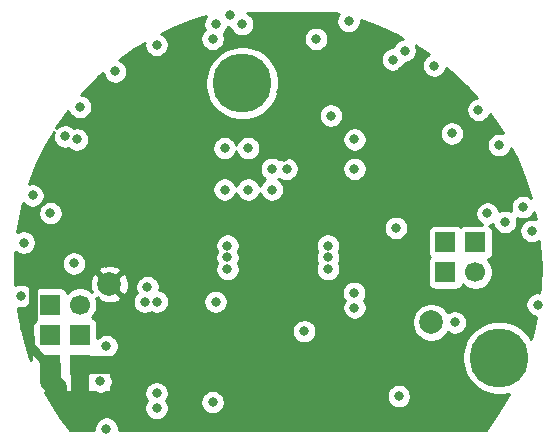
<source format=gbr>
G04 #@! TF.GenerationSoftware,KiCad,Pcbnew,(5.1.2-1)-1*
G04 #@! TF.CreationDate,2021-08-17T23:27:44+03:00*
G04 #@! TF.ProjectId,ITC-1,4954432d-312e-46b6-9963-61645f706362,rev?*
G04 #@! TF.SameCoordinates,Original*
G04 #@! TF.FileFunction,Copper,L2,Inr*
G04 #@! TF.FilePolarity,Positive*
%FSLAX46Y46*%
G04 Gerber Fmt 4.6, Leading zero omitted, Abs format (unit mm)*
G04 Created by KiCad (PCBNEW (5.1.2-1)-1) date 2021-08-17 23:27:44*
%MOMM*%
%LPD*%
G04 APERTURE LIST*
%ADD10R,1.700000X1.700000*%
%ADD11C,1.700000*%
%ADD12C,5.000000*%
%ADD13C,2.000000*%
%ADD14C,0.800000*%
%ADD15C,0.800000*%
%ADD16C,1.500000*%
%ADD17C,1.800000*%
%ADD18C,0.250000*%
%ADD19C,0.254000*%
G04 APERTURE END LIST*
D10*
X114210000Y-72710000D03*
X116750000Y-72710000D03*
X114210000Y-75250000D03*
D11*
X116750000Y-75250000D03*
D10*
X80710000Y-83080000D03*
X80710000Y-80540000D03*
X80710000Y-78000000D03*
X83250000Y-83080000D03*
X83250000Y-80540000D03*
D11*
X83250000Y-78000000D03*
D12*
X118750000Y-82500000D03*
X97000000Y-59250000D03*
D13*
X85750000Y-76250000D03*
X113000000Y-79500000D03*
D14*
X82750000Y-74500000D03*
X83000000Y-64000000D03*
X103250000Y-55500000D03*
X114750000Y-63500000D03*
X110000000Y-71490000D03*
X106500000Y-66500000D03*
X97250000Y-76500000D03*
X104750000Y-60000000D03*
X86750000Y-69500000D03*
X110500000Y-58250000D03*
X90500000Y-65250000D03*
X92250000Y-60750000D03*
X100250000Y-60000000D03*
X93250000Y-68250000D03*
X85250000Y-78750000D03*
X99000000Y-76500000D03*
X114500000Y-67250000D03*
X100750000Y-76500000D03*
X112250000Y-63000000D03*
X85500000Y-74500000D03*
X95750000Y-76500000D03*
X105000000Y-78000000D03*
X95750000Y-80500000D03*
X100000000Y-85000000D03*
X98000000Y-85000000D03*
X96750000Y-85000000D03*
X96250000Y-88000000D03*
X95000000Y-88000000D03*
X96000000Y-86500000D03*
X116250000Y-85250000D03*
X100500000Y-65500000D03*
X95500000Y-85000000D03*
X99500000Y-66500000D03*
X100750000Y-66500000D03*
X104500000Y-62000000D03*
X89750000Y-86750000D03*
X106500000Y-64000000D03*
X94500000Y-86250000D03*
X94750000Y-77750000D03*
X95500000Y-64750000D03*
X97500000Y-64750000D03*
X95500000Y-68250000D03*
X97500000Y-68250000D03*
X99500000Y-68250000D03*
X95750000Y-73000000D03*
X95750000Y-74000000D03*
X95750000Y-75000000D03*
X104250000Y-73000000D03*
X104250000Y-74000000D03*
X104250000Y-75000000D03*
X89750000Y-85500000D03*
X106500000Y-78250000D03*
X106475000Y-77000000D03*
X85500000Y-88500000D03*
X102250000Y-80250000D03*
X88979138Y-76505522D03*
X83250000Y-61250000D03*
X113250000Y-57750000D03*
X79250000Y-68750000D03*
X118750000Y-64500000D03*
X106000000Y-54000000D03*
X78250000Y-77250000D03*
X89750000Y-56000000D03*
X121500000Y-71750000D03*
X96000000Y-53500000D03*
X78500000Y-72750000D03*
X117000000Y-61500000D03*
X86250000Y-58250000D03*
X82000000Y-63750000D03*
X94750000Y-54250000D03*
X110750000Y-56500000D03*
X120750000Y-69750000D03*
X122000000Y-78000000D03*
X97000000Y-54250000D03*
X115000000Y-79500000D03*
X110250000Y-85750000D03*
X89762653Y-77737347D03*
X80750000Y-70250000D03*
X94500000Y-55500000D03*
X109750000Y-57250000D03*
X117750000Y-70275000D03*
X119250000Y-71000000D03*
X85000000Y-84500000D03*
X85500000Y-81500000D03*
X88750000Y-77750000D03*
D15*
X79250000Y-76500000D02*
X79250000Y-79250000D01*
X79250000Y-79250000D02*
X78500000Y-80000000D01*
D16*
X83250000Y-83080000D02*
X83250000Y-85500000D01*
X83250000Y-83080000D02*
X86080000Y-83080000D01*
D17*
X80710000Y-83080000D02*
X80710000Y-84460000D01*
X80710000Y-84460000D02*
X81250000Y-85000000D01*
X81250000Y-85000000D02*
X81250000Y-85500000D01*
D18*
X80710000Y-85460000D02*
X80750000Y-85500000D01*
X80710000Y-83080000D02*
X80580000Y-83080000D01*
D15*
X80580000Y-83080000D02*
X79000000Y-81500000D01*
X79000000Y-81500000D02*
X79000000Y-80750000D01*
D19*
G36*
X105182184Y-53360997D02*
G01*
X105082795Y-53509744D01*
X105004774Y-53698102D01*
X104965000Y-53898061D01*
X104965000Y-54101939D01*
X105004774Y-54301898D01*
X105082795Y-54490256D01*
X105196063Y-54659774D01*
X105340226Y-54803937D01*
X105509744Y-54917205D01*
X105698102Y-54995226D01*
X105898061Y-55035000D01*
X106101939Y-55035000D01*
X106301898Y-54995226D01*
X106490256Y-54917205D01*
X106659774Y-54803937D01*
X106803937Y-54659774D01*
X106917205Y-54490256D01*
X106995226Y-54301898D01*
X107035000Y-54101939D01*
X107035000Y-53898061D01*
X107033732Y-53891686D01*
X108386312Y-54376747D01*
X110082611Y-55150825D01*
X110643441Y-55465919D01*
X110448102Y-55504774D01*
X110259744Y-55582795D01*
X110090226Y-55696063D01*
X109946063Y-55840226D01*
X109832795Y-56009744D01*
X109754774Y-56198102D01*
X109751413Y-56215000D01*
X109648061Y-56215000D01*
X109448102Y-56254774D01*
X109259744Y-56332795D01*
X109090226Y-56446063D01*
X108946063Y-56590226D01*
X108832795Y-56759744D01*
X108754774Y-56948102D01*
X108715000Y-57148061D01*
X108715000Y-57351939D01*
X108754774Y-57551898D01*
X108832795Y-57740256D01*
X108946063Y-57909774D01*
X109090226Y-58053937D01*
X109259744Y-58167205D01*
X109448102Y-58245226D01*
X109648061Y-58285000D01*
X109851939Y-58285000D01*
X110051898Y-58245226D01*
X110240256Y-58167205D01*
X110409774Y-58053937D01*
X110553937Y-57909774D01*
X110667205Y-57740256D01*
X110745226Y-57551898D01*
X110748587Y-57535000D01*
X110851939Y-57535000D01*
X111051898Y-57495226D01*
X111240256Y-57417205D01*
X111409774Y-57303937D01*
X111553937Y-57159774D01*
X111667205Y-56990256D01*
X111745226Y-56801898D01*
X111785000Y-56601939D01*
X111785000Y-56398061D01*
X111745226Y-56198102D01*
X111684136Y-56050619D01*
X111708192Y-56064134D01*
X112810967Y-56811578D01*
X112759744Y-56832795D01*
X112590226Y-56946063D01*
X112446063Y-57090226D01*
X112332795Y-57259744D01*
X112254774Y-57448102D01*
X112215000Y-57648061D01*
X112215000Y-57851939D01*
X112254774Y-58051898D01*
X112332795Y-58240256D01*
X112446063Y-58409774D01*
X112590226Y-58553937D01*
X112759744Y-58667205D01*
X112948102Y-58745226D01*
X113148061Y-58785000D01*
X113351939Y-58785000D01*
X113551898Y-58745226D01*
X113740256Y-58667205D01*
X113909774Y-58553937D01*
X114053937Y-58409774D01*
X114167205Y-58240256D01*
X114245226Y-58051898D01*
X114269063Y-57932061D01*
X114702141Y-58281870D01*
X116049509Y-59570740D01*
X116848581Y-60474842D01*
X116698102Y-60504774D01*
X116509744Y-60582795D01*
X116340226Y-60696063D01*
X116196063Y-60840226D01*
X116082795Y-61009744D01*
X116004774Y-61198102D01*
X115965000Y-61398061D01*
X115965000Y-61601939D01*
X116004774Y-61801898D01*
X116082795Y-61990256D01*
X116196063Y-62159774D01*
X116340226Y-62303937D01*
X116509744Y-62417205D01*
X116698102Y-62495226D01*
X116898061Y-62535000D01*
X117101939Y-62535000D01*
X117301898Y-62495226D01*
X117490256Y-62417205D01*
X117659774Y-62303937D01*
X117803937Y-62159774D01*
X117917205Y-61990256D01*
X117963097Y-61879463D01*
X118397875Y-62463375D01*
X119044441Y-63503291D01*
X118851939Y-63465000D01*
X118648061Y-63465000D01*
X118448102Y-63504774D01*
X118259744Y-63582795D01*
X118090226Y-63696063D01*
X117946063Y-63840226D01*
X117832795Y-64009744D01*
X117754774Y-64198102D01*
X117715000Y-64398061D01*
X117715000Y-64601939D01*
X117754774Y-64801898D01*
X117832795Y-64990256D01*
X117946063Y-65159774D01*
X118090226Y-65303937D01*
X118259744Y-65417205D01*
X118448102Y-65495226D01*
X118648061Y-65535000D01*
X118851939Y-65535000D01*
X119051898Y-65495226D01*
X119240256Y-65417205D01*
X119409774Y-65303937D01*
X119553937Y-65159774D01*
X119667205Y-64990256D01*
X119745226Y-64801898D01*
X119751689Y-64769408D01*
X120230949Y-65707128D01*
X120937603Y-67432598D01*
X121415883Y-68952172D01*
X121409774Y-68946063D01*
X121240256Y-68832795D01*
X121051898Y-68754774D01*
X120851939Y-68715000D01*
X120648061Y-68715000D01*
X120448102Y-68754774D01*
X120259744Y-68832795D01*
X120090226Y-68946063D01*
X119946063Y-69090226D01*
X119832795Y-69259744D01*
X119754774Y-69448102D01*
X119715000Y-69648061D01*
X119715000Y-69851939D01*
X119754774Y-70051898D01*
X119778026Y-70108032D01*
X119740256Y-70082795D01*
X119551898Y-70004774D01*
X119351939Y-69965000D01*
X119148061Y-69965000D01*
X118948102Y-70004774D01*
X118766489Y-70080001D01*
X118745226Y-69973102D01*
X118667205Y-69784744D01*
X118553937Y-69615226D01*
X118409774Y-69471063D01*
X118240256Y-69357795D01*
X118051898Y-69279774D01*
X117851939Y-69240000D01*
X117648061Y-69240000D01*
X117448102Y-69279774D01*
X117259744Y-69357795D01*
X117090226Y-69471063D01*
X116946063Y-69615226D01*
X116832795Y-69784744D01*
X116754774Y-69973102D01*
X116715000Y-70173061D01*
X116715000Y-70376939D01*
X116754774Y-70576898D01*
X116832795Y-70765256D01*
X116946063Y-70934774D01*
X117090226Y-71078937D01*
X117259744Y-71192205D01*
X117331501Y-71221928D01*
X115900000Y-71221928D01*
X115775518Y-71234188D01*
X115655820Y-71270498D01*
X115545506Y-71329463D01*
X115480000Y-71383222D01*
X115414494Y-71329463D01*
X115304180Y-71270498D01*
X115184482Y-71234188D01*
X115060000Y-71221928D01*
X113360000Y-71221928D01*
X113235518Y-71234188D01*
X113115820Y-71270498D01*
X113005506Y-71329463D01*
X112908815Y-71408815D01*
X112829463Y-71505506D01*
X112770498Y-71615820D01*
X112734188Y-71735518D01*
X112721928Y-71860000D01*
X112721928Y-73560000D01*
X112734188Y-73684482D01*
X112770498Y-73804180D01*
X112829463Y-73914494D01*
X112883222Y-73980000D01*
X112829463Y-74045506D01*
X112770498Y-74155820D01*
X112734188Y-74275518D01*
X112721928Y-74400000D01*
X112721928Y-76100000D01*
X112734188Y-76224482D01*
X112770498Y-76344180D01*
X112829463Y-76454494D01*
X112908815Y-76551185D01*
X113005506Y-76630537D01*
X113115820Y-76689502D01*
X113235518Y-76725812D01*
X113360000Y-76738072D01*
X115060000Y-76738072D01*
X115184482Y-76725812D01*
X115304180Y-76689502D01*
X115414494Y-76630537D01*
X115511185Y-76551185D01*
X115590537Y-76454494D01*
X115649502Y-76344180D01*
X115671513Y-76271620D01*
X115803368Y-76403475D01*
X116046589Y-76565990D01*
X116316842Y-76677932D01*
X116603740Y-76735000D01*
X116896260Y-76735000D01*
X117183158Y-76677932D01*
X117453411Y-76565990D01*
X117696632Y-76403475D01*
X117903475Y-76196632D01*
X118065990Y-75953411D01*
X118177932Y-75683158D01*
X118235000Y-75396260D01*
X118235000Y-75103740D01*
X118177932Y-74816842D01*
X118065990Y-74546589D01*
X117903475Y-74303368D01*
X117771620Y-74171513D01*
X117844180Y-74149502D01*
X117954494Y-74090537D01*
X118051185Y-74011185D01*
X118130537Y-73914494D01*
X118189502Y-73804180D01*
X118225812Y-73684482D01*
X118238072Y-73560000D01*
X118238072Y-71860000D01*
X118225812Y-71735518D01*
X118189502Y-71615820D01*
X118130537Y-71505506D01*
X118051185Y-71408815D01*
X117954494Y-71329463D01*
X117900144Y-71300412D01*
X118051898Y-71270226D01*
X118233511Y-71194999D01*
X118254774Y-71301898D01*
X118332795Y-71490256D01*
X118446063Y-71659774D01*
X118590226Y-71803937D01*
X118759744Y-71917205D01*
X118948102Y-71995226D01*
X119148061Y-72035000D01*
X119351939Y-72035000D01*
X119551898Y-71995226D01*
X119740256Y-71917205D01*
X119909774Y-71803937D01*
X120053937Y-71659774D01*
X120167205Y-71490256D01*
X120245226Y-71301898D01*
X120285000Y-71101939D01*
X120285000Y-70898061D01*
X120245226Y-70698102D01*
X120221974Y-70641968D01*
X120259744Y-70667205D01*
X120448102Y-70745226D01*
X120648061Y-70785000D01*
X120851939Y-70785000D01*
X121051898Y-70745226D01*
X121240256Y-70667205D01*
X121409774Y-70553937D01*
X121553937Y-70409774D01*
X121667205Y-70240256D01*
X121707111Y-70143916D01*
X121848821Y-70774210D01*
X121801898Y-70754774D01*
X121601939Y-70715000D01*
X121398061Y-70715000D01*
X121198102Y-70754774D01*
X121009744Y-70832795D01*
X120840226Y-70946063D01*
X120696063Y-71090226D01*
X120582795Y-71259744D01*
X120504774Y-71448102D01*
X120465000Y-71648061D01*
X120465000Y-71851939D01*
X120504774Y-72051898D01*
X120582795Y-72240256D01*
X120696063Y-72409774D01*
X120840226Y-72553937D01*
X121009744Y-72667205D01*
X121198102Y-72745226D01*
X121398061Y-72785000D01*
X121601939Y-72785000D01*
X121801898Y-72745226D01*
X121990256Y-72667205D01*
X122120654Y-72580076D01*
X122161745Y-72877306D01*
X122261643Y-74739206D01*
X122205391Y-76602930D01*
X122162574Y-76977061D01*
X122101939Y-76965000D01*
X121898061Y-76965000D01*
X121698102Y-77004774D01*
X121509744Y-77082795D01*
X121340226Y-77196063D01*
X121196063Y-77340226D01*
X121082795Y-77509744D01*
X121004774Y-77698102D01*
X120965000Y-77898061D01*
X120965000Y-78101939D01*
X121004774Y-78301898D01*
X121082795Y-78490256D01*
X121196063Y-78659774D01*
X121340226Y-78803937D01*
X121509744Y-78917205D01*
X121698102Y-78995226D01*
X121878064Y-79031022D01*
X121627110Y-80283644D01*
X121449620Y-80897415D01*
X121185114Y-80501554D01*
X120748446Y-80064886D01*
X120234979Y-79721799D01*
X119664446Y-79485476D01*
X119058771Y-79365000D01*
X118441229Y-79365000D01*
X117835554Y-79485476D01*
X117265021Y-79721799D01*
X116751554Y-80064886D01*
X116314886Y-80501554D01*
X115971799Y-81015021D01*
X115735476Y-81585554D01*
X115615000Y-82191229D01*
X115615000Y-82808771D01*
X115735476Y-83414446D01*
X115971799Y-83984979D01*
X116314886Y-84498446D01*
X116751554Y-84935114D01*
X117265021Y-85278201D01*
X117835554Y-85514524D01*
X118441229Y-85635000D01*
X119058771Y-85635000D01*
X119617262Y-85523909D01*
X118686520Y-87102181D01*
X117608569Y-88623000D01*
X86530811Y-88623000D01*
X86535000Y-88601939D01*
X86535000Y-88398061D01*
X86495226Y-88198102D01*
X86417205Y-88009744D01*
X86303937Y-87840226D01*
X86159774Y-87696063D01*
X85990256Y-87582795D01*
X85801898Y-87504774D01*
X85601939Y-87465000D01*
X85398061Y-87465000D01*
X85198102Y-87504774D01*
X85009744Y-87582795D01*
X84840226Y-87696063D01*
X84696063Y-87840226D01*
X84582795Y-88009744D01*
X84504774Y-88198102D01*
X84465000Y-88398061D01*
X84465000Y-88601939D01*
X84469189Y-88623000D01*
X82411034Y-88623000D01*
X81602125Y-87536625D01*
X80617614Y-85953169D01*
X80323139Y-85377000D01*
X84449573Y-85377000D01*
X84509744Y-85417205D01*
X84698102Y-85495226D01*
X84898061Y-85535000D01*
X85101939Y-85535000D01*
X85301898Y-85495226D01*
X85490256Y-85417205D01*
X85518907Y-85398061D01*
X88715000Y-85398061D01*
X88715000Y-85601939D01*
X88754774Y-85801898D01*
X88832795Y-85990256D01*
X88922828Y-86125000D01*
X88832795Y-86259744D01*
X88754774Y-86448102D01*
X88715000Y-86648061D01*
X88715000Y-86851939D01*
X88754774Y-87051898D01*
X88832795Y-87240256D01*
X88946063Y-87409774D01*
X89090226Y-87553937D01*
X89259744Y-87667205D01*
X89448102Y-87745226D01*
X89648061Y-87785000D01*
X89851939Y-87785000D01*
X90051898Y-87745226D01*
X90240256Y-87667205D01*
X90409774Y-87553937D01*
X90553937Y-87409774D01*
X90667205Y-87240256D01*
X90745226Y-87051898D01*
X90785000Y-86851939D01*
X90785000Y-86648061D01*
X90745226Y-86448102D01*
X90667205Y-86259744D01*
X90592581Y-86148061D01*
X93465000Y-86148061D01*
X93465000Y-86351939D01*
X93504774Y-86551898D01*
X93582795Y-86740256D01*
X93696063Y-86909774D01*
X93840226Y-87053937D01*
X94009744Y-87167205D01*
X94198102Y-87245226D01*
X94398061Y-87285000D01*
X94601939Y-87285000D01*
X94801898Y-87245226D01*
X94990256Y-87167205D01*
X95159774Y-87053937D01*
X95303937Y-86909774D01*
X95417205Y-86740256D01*
X95495226Y-86551898D01*
X95535000Y-86351939D01*
X95535000Y-86148061D01*
X95495226Y-85948102D01*
X95417205Y-85759744D01*
X95342582Y-85648061D01*
X109215000Y-85648061D01*
X109215000Y-85851939D01*
X109254774Y-86051898D01*
X109332795Y-86240256D01*
X109446063Y-86409774D01*
X109590226Y-86553937D01*
X109759744Y-86667205D01*
X109948102Y-86745226D01*
X110148061Y-86785000D01*
X110351939Y-86785000D01*
X110551898Y-86745226D01*
X110740256Y-86667205D01*
X110909774Y-86553937D01*
X111053937Y-86409774D01*
X111167205Y-86240256D01*
X111245226Y-86051898D01*
X111285000Y-85851939D01*
X111285000Y-85648061D01*
X111245226Y-85448102D01*
X111167205Y-85259744D01*
X111053937Y-85090226D01*
X110909774Y-84946063D01*
X110740256Y-84832795D01*
X110551898Y-84754774D01*
X110351939Y-84715000D01*
X110148061Y-84715000D01*
X109948102Y-84754774D01*
X109759744Y-84832795D01*
X109590226Y-84946063D01*
X109446063Y-85090226D01*
X109332795Y-85259744D01*
X109254774Y-85448102D01*
X109215000Y-85648061D01*
X95342582Y-85648061D01*
X95303937Y-85590226D01*
X95159774Y-85446063D01*
X94990256Y-85332795D01*
X94801898Y-85254774D01*
X94601939Y-85215000D01*
X94398061Y-85215000D01*
X94198102Y-85254774D01*
X94009744Y-85332795D01*
X93840226Y-85446063D01*
X93696063Y-85590226D01*
X93582795Y-85759744D01*
X93504774Y-85948102D01*
X93465000Y-86148061D01*
X90592581Y-86148061D01*
X90577172Y-86125000D01*
X90667205Y-85990256D01*
X90745226Y-85801898D01*
X90785000Y-85601939D01*
X90785000Y-85398061D01*
X90745226Y-85198102D01*
X90667205Y-85009744D01*
X90553937Y-84840226D01*
X90409774Y-84696063D01*
X90240256Y-84582795D01*
X90051898Y-84504774D01*
X89851939Y-84465000D01*
X89648061Y-84465000D01*
X89448102Y-84504774D01*
X89259744Y-84582795D01*
X89090226Y-84696063D01*
X88946063Y-84840226D01*
X88832795Y-85009744D01*
X88754774Y-85198102D01*
X88715000Y-85398061D01*
X85518907Y-85398061D01*
X85550427Y-85377000D01*
X85750000Y-85377000D01*
X85774776Y-85374560D01*
X85798601Y-85367333D01*
X85820557Y-85355597D01*
X85839803Y-85339803D01*
X85855597Y-85320557D01*
X85867333Y-85298601D01*
X85874560Y-85274776D01*
X85877000Y-85250000D01*
X85877000Y-85050427D01*
X85917205Y-84990256D01*
X85995226Y-84801898D01*
X86035000Y-84601939D01*
X86035000Y-84398061D01*
X85995226Y-84198102D01*
X85917205Y-84009744D01*
X85877000Y-83949573D01*
X85877000Y-82464118D01*
X85990256Y-82417205D01*
X86159774Y-82303937D01*
X86303937Y-82159774D01*
X86417205Y-81990256D01*
X86495226Y-81801898D01*
X86535000Y-81601939D01*
X86535000Y-81398061D01*
X86495226Y-81198102D01*
X86417205Y-81009744D01*
X86303937Y-80840226D01*
X86159774Y-80696063D01*
X85990256Y-80582795D01*
X85801898Y-80504774D01*
X85601939Y-80465000D01*
X85398061Y-80465000D01*
X85198102Y-80504774D01*
X85009744Y-80582795D01*
X84840226Y-80696063D01*
X84738072Y-80798217D01*
X84738072Y-80148061D01*
X101215000Y-80148061D01*
X101215000Y-80351939D01*
X101254774Y-80551898D01*
X101332795Y-80740256D01*
X101446063Y-80909774D01*
X101590226Y-81053937D01*
X101759744Y-81167205D01*
X101948102Y-81245226D01*
X102148061Y-81285000D01*
X102351939Y-81285000D01*
X102551898Y-81245226D01*
X102740256Y-81167205D01*
X102909774Y-81053937D01*
X103053937Y-80909774D01*
X103167205Y-80740256D01*
X103245226Y-80551898D01*
X103285000Y-80351939D01*
X103285000Y-80148061D01*
X103245226Y-79948102D01*
X103167205Y-79759744D01*
X103053937Y-79590226D01*
X102909774Y-79446063D01*
X102749494Y-79338967D01*
X111365000Y-79338967D01*
X111365000Y-79661033D01*
X111427832Y-79976912D01*
X111551082Y-80274463D01*
X111730013Y-80542252D01*
X111957748Y-80769987D01*
X112225537Y-80948918D01*
X112523088Y-81072168D01*
X112838967Y-81135000D01*
X113161033Y-81135000D01*
X113476912Y-81072168D01*
X113774463Y-80948918D01*
X114042252Y-80769987D01*
X114269987Y-80542252D01*
X114401754Y-80345049D01*
X114509744Y-80417205D01*
X114698102Y-80495226D01*
X114898061Y-80535000D01*
X115101939Y-80535000D01*
X115301898Y-80495226D01*
X115490256Y-80417205D01*
X115659774Y-80303937D01*
X115803937Y-80159774D01*
X115917205Y-79990256D01*
X115995226Y-79801898D01*
X116035000Y-79601939D01*
X116035000Y-79398061D01*
X115995226Y-79198102D01*
X115917205Y-79009744D01*
X115803937Y-78840226D01*
X115659774Y-78696063D01*
X115490256Y-78582795D01*
X115301898Y-78504774D01*
X115101939Y-78465000D01*
X114898061Y-78465000D01*
X114698102Y-78504774D01*
X114509744Y-78582795D01*
X114401754Y-78654951D01*
X114269987Y-78457748D01*
X114042252Y-78230013D01*
X113774463Y-78051082D01*
X113476912Y-77927832D01*
X113161033Y-77865000D01*
X112838967Y-77865000D01*
X112523088Y-77927832D01*
X112225537Y-78051082D01*
X111957748Y-78230013D01*
X111730013Y-78457748D01*
X111551082Y-78725537D01*
X111427832Y-79023088D01*
X111365000Y-79338967D01*
X102749494Y-79338967D01*
X102740256Y-79332795D01*
X102551898Y-79254774D01*
X102351939Y-79215000D01*
X102148061Y-79215000D01*
X101948102Y-79254774D01*
X101759744Y-79332795D01*
X101590226Y-79446063D01*
X101446063Y-79590226D01*
X101332795Y-79759744D01*
X101254774Y-79948102D01*
X101215000Y-80148061D01*
X84738072Y-80148061D01*
X84738072Y-79690000D01*
X84725812Y-79565518D01*
X84689502Y-79445820D01*
X84630537Y-79335506D01*
X84551185Y-79238815D01*
X84454494Y-79159463D01*
X84344180Y-79100498D01*
X84271620Y-79078487D01*
X84403475Y-78946632D01*
X84565990Y-78703411D01*
X84677932Y-78433158D01*
X84735000Y-78146260D01*
X84735000Y-77853740D01*
X84677932Y-77566842D01*
X84631014Y-77453572D01*
X84678525Y-77501083D01*
X84794193Y-77385415D01*
X84889956Y-77649814D01*
X85179571Y-77790704D01*
X85491108Y-77872384D01*
X85812595Y-77891718D01*
X86131675Y-77847961D01*
X86436088Y-77742795D01*
X86610044Y-77649814D01*
X86610678Y-77648061D01*
X87715000Y-77648061D01*
X87715000Y-77851939D01*
X87754774Y-78051898D01*
X87832795Y-78240256D01*
X87946063Y-78409774D01*
X88090226Y-78553937D01*
X88259744Y-78667205D01*
X88448102Y-78745226D01*
X88648061Y-78785000D01*
X88851939Y-78785000D01*
X89051898Y-78745226D01*
X89240256Y-78667205D01*
X89265795Y-78650141D01*
X89272397Y-78654552D01*
X89460755Y-78732573D01*
X89660714Y-78772347D01*
X89864592Y-78772347D01*
X90064551Y-78732573D01*
X90252909Y-78654552D01*
X90422427Y-78541284D01*
X90566590Y-78397121D01*
X90679858Y-78227603D01*
X90757879Y-78039245D01*
X90797653Y-77839286D01*
X90797653Y-77648061D01*
X93715000Y-77648061D01*
X93715000Y-77851939D01*
X93754774Y-78051898D01*
X93832795Y-78240256D01*
X93946063Y-78409774D01*
X94090226Y-78553937D01*
X94259744Y-78667205D01*
X94448102Y-78745226D01*
X94648061Y-78785000D01*
X94851939Y-78785000D01*
X95051898Y-78745226D01*
X95240256Y-78667205D01*
X95409774Y-78553937D01*
X95553937Y-78409774D01*
X95667205Y-78240256D01*
X95745226Y-78051898D01*
X95785000Y-77851939D01*
X95785000Y-77648061D01*
X95745226Y-77448102D01*
X95667205Y-77259744D01*
X95553937Y-77090226D01*
X95409774Y-76946063D01*
X95337934Y-76898061D01*
X105440000Y-76898061D01*
X105440000Y-77101939D01*
X105479774Y-77301898D01*
X105557795Y-77490256D01*
X105660328Y-77643708D01*
X105582795Y-77759744D01*
X105504774Y-77948102D01*
X105465000Y-78148061D01*
X105465000Y-78351939D01*
X105504774Y-78551898D01*
X105582795Y-78740256D01*
X105696063Y-78909774D01*
X105840226Y-79053937D01*
X106009744Y-79167205D01*
X106198102Y-79245226D01*
X106398061Y-79285000D01*
X106601939Y-79285000D01*
X106801898Y-79245226D01*
X106990256Y-79167205D01*
X107159774Y-79053937D01*
X107303937Y-78909774D01*
X107417205Y-78740256D01*
X107495226Y-78551898D01*
X107535000Y-78351939D01*
X107535000Y-78148061D01*
X107495226Y-77948102D01*
X107417205Y-77759744D01*
X107314672Y-77606292D01*
X107392205Y-77490256D01*
X107470226Y-77301898D01*
X107510000Y-77101939D01*
X107510000Y-76898061D01*
X107470226Y-76698102D01*
X107392205Y-76509744D01*
X107278937Y-76340226D01*
X107134774Y-76196063D01*
X106965256Y-76082795D01*
X106776898Y-76004774D01*
X106576939Y-75965000D01*
X106373061Y-75965000D01*
X106173102Y-76004774D01*
X105984744Y-76082795D01*
X105815226Y-76196063D01*
X105671063Y-76340226D01*
X105557795Y-76509744D01*
X105479774Y-76698102D01*
X105440000Y-76898061D01*
X95337934Y-76898061D01*
X95240256Y-76832795D01*
X95051898Y-76754774D01*
X94851939Y-76715000D01*
X94648061Y-76715000D01*
X94448102Y-76754774D01*
X94259744Y-76832795D01*
X94090226Y-76946063D01*
X93946063Y-77090226D01*
X93832795Y-77259744D01*
X93754774Y-77448102D01*
X93715000Y-77648061D01*
X90797653Y-77648061D01*
X90797653Y-77635408D01*
X90757879Y-77435449D01*
X90679858Y-77247091D01*
X90566590Y-77077573D01*
X90422427Y-76933410D01*
X90252909Y-76820142D01*
X90064551Y-76742121D01*
X89990291Y-76727350D01*
X90014138Y-76607461D01*
X90014138Y-76403583D01*
X89974364Y-76203624D01*
X89896343Y-76015266D01*
X89783075Y-75845748D01*
X89638912Y-75701585D01*
X89469394Y-75588317D01*
X89281036Y-75510296D01*
X89081077Y-75470522D01*
X88877199Y-75470522D01*
X88677240Y-75510296D01*
X88488882Y-75588317D01*
X88319364Y-75701585D01*
X88175201Y-75845748D01*
X88061933Y-76015266D01*
X87983912Y-76203624D01*
X87944138Y-76403583D01*
X87944138Y-76607461D01*
X87983912Y-76807420D01*
X88055659Y-76980630D01*
X87946063Y-77090226D01*
X87832795Y-77259744D01*
X87754774Y-77448102D01*
X87715000Y-77648061D01*
X86610678Y-77648061D01*
X86705808Y-77385413D01*
X85750000Y-76429605D01*
X85735858Y-76443748D01*
X85556253Y-76264143D01*
X85570395Y-76250000D01*
X85929605Y-76250000D01*
X86885413Y-77205808D01*
X87149814Y-77110044D01*
X87290704Y-76820429D01*
X87372384Y-76508892D01*
X87391718Y-76187405D01*
X87347961Y-75868325D01*
X87242795Y-75563912D01*
X87149814Y-75389956D01*
X86885413Y-75294192D01*
X85929605Y-76250000D01*
X85570395Y-76250000D01*
X84614587Y-75294192D01*
X84350186Y-75389956D01*
X84209296Y-75679571D01*
X84127616Y-75991108D01*
X84108282Y-76312595D01*
X84152039Y-76631675D01*
X84241904Y-76891797D01*
X84196632Y-76846525D01*
X83953411Y-76684010D01*
X83683158Y-76572068D01*
X83396260Y-76515000D01*
X83103740Y-76515000D01*
X82816842Y-76572068D01*
X82546589Y-76684010D01*
X82303368Y-76846525D01*
X82171513Y-76978380D01*
X82149502Y-76905820D01*
X82090537Y-76795506D01*
X82011185Y-76698815D01*
X81914494Y-76619463D01*
X81804180Y-76560498D01*
X81684482Y-76524188D01*
X81560000Y-76511928D01*
X79860000Y-76511928D01*
X79735518Y-76524188D01*
X79615820Y-76560498D01*
X79505506Y-76619463D01*
X79408815Y-76698815D01*
X79329463Y-76795506D01*
X79270498Y-76905820D01*
X79250155Y-76972882D01*
X79245226Y-76948102D01*
X79167205Y-76759744D01*
X79053937Y-76590226D01*
X78909774Y-76446063D01*
X78740256Y-76332795D01*
X78551898Y-76254774D01*
X78351939Y-76215000D01*
X78148061Y-76215000D01*
X77948102Y-76254774D01*
X77795088Y-76318155D01*
X77738357Y-75260794D01*
X77764396Y-74398061D01*
X81715000Y-74398061D01*
X81715000Y-74601939D01*
X81754774Y-74801898D01*
X81832795Y-74990256D01*
X81946063Y-75159774D01*
X82090226Y-75303937D01*
X82259744Y-75417205D01*
X82448102Y-75495226D01*
X82648061Y-75535000D01*
X82851939Y-75535000D01*
X83051898Y-75495226D01*
X83240256Y-75417205D01*
X83409774Y-75303937D01*
X83553937Y-75159774D01*
X83584129Y-75114587D01*
X84794192Y-75114587D01*
X85750000Y-76070395D01*
X86705808Y-75114587D01*
X86610044Y-74850186D01*
X86320429Y-74709296D01*
X86008892Y-74627616D01*
X85687405Y-74608282D01*
X85368325Y-74652039D01*
X85063912Y-74757205D01*
X84889956Y-74850186D01*
X84794192Y-75114587D01*
X83584129Y-75114587D01*
X83667205Y-74990256D01*
X83745226Y-74801898D01*
X83785000Y-74601939D01*
X83785000Y-74398061D01*
X83745226Y-74198102D01*
X83667205Y-74009744D01*
X83553937Y-73840226D01*
X83409774Y-73696063D01*
X83240256Y-73582795D01*
X83051898Y-73504774D01*
X82851939Y-73465000D01*
X82648061Y-73465000D01*
X82448102Y-73504774D01*
X82259744Y-73582795D01*
X82090226Y-73696063D01*
X81946063Y-73840226D01*
X81832795Y-74009744D01*
X81754774Y-74198102D01*
X81715000Y-74398061D01*
X77764396Y-74398061D01*
X77791349Y-73505060D01*
X77840226Y-73553937D01*
X78009744Y-73667205D01*
X78198102Y-73745226D01*
X78398061Y-73785000D01*
X78601939Y-73785000D01*
X78801898Y-73745226D01*
X78990256Y-73667205D01*
X79159774Y-73553937D01*
X79303937Y-73409774D01*
X79417205Y-73240256D01*
X79495226Y-73051898D01*
X79525825Y-72898061D01*
X94715000Y-72898061D01*
X94715000Y-73101939D01*
X94754774Y-73301898D01*
X94832795Y-73490256D01*
X94839306Y-73500000D01*
X94832795Y-73509744D01*
X94754774Y-73698102D01*
X94715000Y-73898061D01*
X94715000Y-74101939D01*
X94754774Y-74301898D01*
X94832795Y-74490256D01*
X94839306Y-74500000D01*
X94832795Y-74509744D01*
X94754774Y-74698102D01*
X94715000Y-74898061D01*
X94715000Y-75101939D01*
X94754774Y-75301898D01*
X94832795Y-75490256D01*
X94946063Y-75659774D01*
X95090226Y-75803937D01*
X95259744Y-75917205D01*
X95448102Y-75995226D01*
X95648061Y-76035000D01*
X95851939Y-76035000D01*
X96051898Y-75995226D01*
X96240256Y-75917205D01*
X96409774Y-75803937D01*
X96553937Y-75659774D01*
X96667205Y-75490256D01*
X96745226Y-75301898D01*
X96785000Y-75101939D01*
X96785000Y-74898061D01*
X96745226Y-74698102D01*
X96667205Y-74509744D01*
X96660694Y-74500000D01*
X96667205Y-74490256D01*
X96745226Y-74301898D01*
X96785000Y-74101939D01*
X96785000Y-73898061D01*
X96745226Y-73698102D01*
X96667205Y-73509744D01*
X96660694Y-73500000D01*
X96667205Y-73490256D01*
X96745226Y-73301898D01*
X96785000Y-73101939D01*
X96785000Y-72898061D01*
X103215000Y-72898061D01*
X103215000Y-73101939D01*
X103254774Y-73301898D01*
X103332795Y-73490256D01*
X103339306Y-73500000D01*
X103332795Y-73509744D01*
X103254774Y-73698102D01*
X103215000Y-73898061D01*
X103215000Y-74101939D01*
X103254774Y-74301898D01*
X103332795Y-74490256D01*
X103339306Y-74500000D01*
X103332795Y-74509744D01*
X103254774Y-74698102D01*
X103215000Y-74898061D01*
X103215000Y-75101939D01*
X103254774Y-75301898D01*
X103332795Y-75490256D01*
X103446063Y-75659774D01*
X103590226Y-75803937D01*
X103759744Y-75917205D01*
X103948102Y-75995226D01*
X104148061Y-76035000D01*
X104351939Y-76035000D01*
X104551898Y-75995226D01*
X104740256Y-75917205D01*
X104909774Y-75803937D01*
X105053937Y-75659774D01*
X105167205Y-75490256D01*
X105245226Y-75301898D01*
X105285000Y-75101939D01*
X105285000Y-74898061D01*
X105245226Y-74698102D01*
X105167205Y-74509744D01*
X105160694Y-74500000D01*
X105167205Y-74490256D01*
X105245226Y-74301898D01*
X105285000Y-74101939D01*
X105285000Y-73898061D01*
X105245226Y-73698102D01*
X105167205Y-73509744D01*
X105160694Y-73500000D01*
X105167205Y-73490256D01*
X105245226Y-73301898D01*
X105285000Y-73101939D01*
X105285000Y-72898061D01*
X105245226Y-72698102D01*
X105167205Y-72509744D01*
X105053937Y-72340226D01*
X104909774Y-72196063D01*
X104740256Y-72082795D01*
X104551898Y-72004774D01*
X104351939Y-71965000D01*
X104148061Y-71965000D01*
X103948102Y-72004774D01*
X103759744Y-72082795D01*
X103590226Y-72196063D01*
X103446063Y-72340226D01*
X103332795Y-72509744D01*
X103254774Y-72698102D01*
X103215000Y-72898061D01*
X96785000Y-72898061D01*
X96745226Y-72698102D01*
X96667205Y-72509744D01*
X96553937Y-72340226D01*
X96409774Y-72196063D01*
X96240256Y-72082795D01*
X96051898Y-72004774D01*
X95851939Y-71965000D01*
X95648061Y-71965000D01*
X95448102Y-72004774D01*
X95259744Y-72082795D01*
X95090226Y-72196063D01*
X94946063Y-72340226D01*
X94832795Y-72509744D01*
X94754774Y-72698102D01*
X94715000Y-72898061D01*
X79525825Y-72898061D01*
X79535000Y-72851939D01*
X79535000Y-72648061D01*
X79495226Y-72448102D01*
X79417205Y-72259744D01*
X79303937Y-72090226D01*
X79159774Y-71946063D01*
X78990256Y-71832795D01*
X78801898Y-71754774D01*
X78601939Y-71715000D01*
X78398061Y-71715000D01*
X78198102Y-71754774D01*
X78009744Y-71832795D01*
X77970642Y-71858922D01*
X78006615Y-71544598D01*
X78037976Y-71388061D01*
X108965000Y-71388061D01*
X108965000Y-71591939D01*
X109004774Y-71791898D01*
X109082795Y-71980256D01*
X109196063Y-72149774D01*
X109340226Y-72293937D01*
X109509744Y-72407205D01*
X109698102Y-72485226D01*
X109898061Y-72525000D01*
X110101939Y-72525000D01*
X110301898Y-72485226D01*
X110490256Y-72407205D01*
X110659774Y-72293937D01*
X110803937Y-72149774D01*
X110917205Y-71980256D01*
X110995226Y-71791898D01*
X111035000Y-71591939D01*
X111035000Y-71388061D01*
X110995226Y-71188102D01*
X110917205Y-70999744D01*
X110803937Y-70830226D01*
X110659774Y-70686063D01*
X110490256Y-70572795D01*
X110301898Y-70494774D01*
X110101939Y-70455000D01*
X109898061Y-70455000D01*
X109698102Y-70494774D01*
X109509744Y-70572795D01*
X109340226Y-70686063D01*
X109196063Y-70830226D01*
X109082795Y-70999744D01*
X109004774Y-71188102D01*
X108965000Y-71388061D01*
X78037976Y-71388061D01*
X78286401Y-70148061D01*
X79715000Y-70148061D01*
X79715000Y-70351939D01*
X79754774Y-70551898D01*
X79832795Y-70740256D01*
X79946063Y-70909774D01*
X80090226Y-71053937D01*
X80259744Y-71167205D01*
X80448102Y-71245226D01*
X80648061Y-71285000D01*
X80851939Y-71285000D01*
X81051898Y-71245226D01*
X81240256Y-71167205D01*
X81409774Y-71053937D01*
X81553937Y-70909774D01*
X81667205Y-70740256D01*
X81745226Y-70551898D01*
X81785000Y-70351939D01*
X81785000Y-70148061D01*
X81745226Y-69948102D01*
X81667205Y-69759744D01*
X81553937Y-69590226D01*
X81409774Y-69446063D01*
X81240256Y-69332795D01*
X81051898Y-69254774D01*
X80851939Y-69215000D01*
X80648061Y-69215000D01*
X80448102Y-69254774D01*
X80259744Y-69332795D01*
X80090226Y-69446063D01*
X79946063Y-69590226D01*
X79832795Y-69759744D01*
X79754774Y-69948102D01*
X79715000Y-70148061D01*
X78286401Y-70148061D01*
X78372890Y-69716356D01*
X78458074Y-69421785D01*
X78590226Y-69553937D01*
X78759744Y-69667205D01*
X78948102Y-69745226D01*
X79148061Y-69785000D01*
X79351939Y-69785000D01*
X79551898Y-69745226D01*
X79740256Y-69667205D01*
X79909774Y-69553937D01*
X80053937Y-69409774D01*
X80167205Y-69240256D01*
X80245226Y-69051898D01*
X80285000Y-68851939D01*
X80285000Y-68648061D01*
X80245226Y-68448102D01*
X80167205Y-68259744D01*
X80092582Y-68148061D01*
X94465000Y-68148061D01*
X94465000Y-68351939D01*
X94504774Y-68551898D01*
X94582795Y-68740256D01*
X94696063Y-68909774D01*
X94840226Y-69053937D01*
X95009744Y-69167205D01*
X95198102Y-69245226D01*
X95398061Y-69285000D01*
X95601939Y-69285000D01*
X95801898Y-69245226D01*
X95990256Y-69167205D01*
X96159774Y-69053937D01*
X96303937Y-68909774D01*
X96417205Y-68740256D01*
X96495226Y-68551898D01*
X96500000Y-68527897D01*
X96504774Y-68551898D01*
X96582795Y-68740256D01*
X96696063Y-68909774D01*
X96840226Y-69053937D01*
X97009744Y-69167205D01*
X97198102Y-69245226D01*
X97398061Y-69285000D01*
X97601939Y-69285000D01*
X97801898Y-69245226D01*
X97990256Y-69167205D01*
X98159774Y-69053937D01*
X98303937Y-68909774D01*
X98417205Y-68740256D01*
X98495226Y-68551898D01*
X98500000Y-68527897D01*
X98504774Y-68551898D01*
X98582795Y-68740256D01*
X98696063Y-68909774D01*
X98840226Y-69053937D01*
X99009744Y-69167205D01*
X99198102Y-69245226D01*
X99398061Y-69285000D01*
X99601939Y-69285000D01*
X99801898Y-69245226D01*
X99990256Y-69167205D01*
X100159774Y-69053937D01*
X100303937Y-68909774D01*
X100417205Y-68740256D01*
X100495226Y-68551898D01*
X100535000Y-68351939D01*
X100535000Y-68148061D01*
X100495226Y-67948102D01*
X100417205Y-67759744D01*
X100303937Y-67590226D01*
X100159774Y-67446063D01*
X100053420Y-67375000D01*
X100125000Y-67327172D01*
X100259744Y-67417205D01*
X100448102Y-67495226D01*
X100648061Y-67535000D01*
X100851939Y-67535000D01*
X101051898Y-67495226D01*
X101240256Y-67417205D01*
X101409774Y-67303937D01*
X101553937Y-67159774D01*
X101667205Y-66990256D01*
X101745226Y-66801898D01*
X101785000Y-66601939D01*
X101785000Y-66398061D01*
X105465000Y-66398061D01*
X105465000Y-66601939D01*
X105504774Y-66801898D01*
X105582795Y-66990256D01*
X105696063Y-67159774D01*
X105840226Y-67303937D01*
X106009744Y-67417205D01*
X106198102Y-67495226D01*
X106398061Y-67535000D01*
X106601939Y-67535000D01*
X106801898Y-67495226D01*
X106990256Y-67417205D01*
X107159774Y-67303937D01*
X107303937Y-67159774D01*
X107417205Y-66990256D01*
X107495226Y-66801898D01*
X107535000Y-66601939D01*
X107535000Y-66398061D01*
X107495226Y-66198102D01*
X107417205Y-66009744D01*
X107303937Y-65840226D01*
X107159774Y-65696063D01*
X106990256Y-65582795D01*
X106801898Y-65504774D01*
X106601939Y-65465000D01*
X106398061Y-65465000D01*
X106198102Y-65504774D01*
X106009744Y-65582795D01*
X105840226Y-65696063D01*
X105696063Y-65840226D01*
X105582795Y-66009744D01*
X105504774Y-66198102D01*
X105465000Y-66398061D01*
X101785000Y-66398061D01*
X101745226Y-66198102D01*
X101667205Y-66009744D01*
X101553937Y-65840226D01*
X101409774Y-65696063D01*
X101240256Y-65582795D01*
X101051898Y-65504774D01*
X100851939Y-65465000D01*
X100648061Y-65465000D01*
X100448102Y-65504774D01*
X100259744Y-65582795D01*
X100125000Y-65672828D01*
X99990256Y-65582795D01*
X99801898Y-65504774D01*
X99601939Y-65465000D01*
X99398061Y-65465000D01*
X99198102Y-65504774D01*
X99009744Y-65582795D01*
X98840226Y-65696063D01*
X98696063Y-65840226D01*
X98582795Y-66009744D01*
X98504774Y-66198102D01*
X98465000Y-66398061D01*
X98465000Y-66601939D01*
X98504774Y-66801898D01*
X98582795Y-66990256D01*
X98696063Y-67159774D01*
X98840226Y-67303937D01*
X98946580Y-67375000D01*
X98840226Y-67446063D01*
X98696063Y-67590226D01*
X98582795Y-67759744D01*
X98504774Y-67948102D01*
X98500000Y-67972103D01*
X98495226Y-67948102D01*
X98417205Y-67759744D01*
X98303937Y-67590226D01*
X98159774Y-67446063D01*
X97990256Y-67332795D01*
X97801898Y-67254774D01*
X97601939Y-67215000D01*
X97398061Y-67215000D01*
X97198102Y-67254774D01*
X97009744Y-67332795D01*
X96840226Y-67446063D01*
X96696063Y-67590226D01*
X96582795Y-67759744D01*
X96504774Y-67948102D01*
X96500000Y-67972103D01*
X96495226Y-67948102D01*
X96417205Y-67759744D01*
X96303937Y-67590226D01*
X96159774Y-67446063D01*
X95990256Y-67332795D01*
X95801898Y-67254774D01*
X95601939Y-67215000D01*
X95398061Y-67215000D01*
X95198102Y-67254774D01*
X95009744Y-67332795D01*
X94840226Y-67446063D01*
X94696063Y-67590226D01*
X94582795Y-67759744D01*
X94504774Y-67948102D01*
X94465000Y-68148061D01*
X80092582Y-68148061D01*
X80053937Y-68090226D01*
X79909774Y-67946063D01*
X79740256Y-67832795D01*
X79551898Y-67754774D01*
X79351939Y-67715000D01*
X79148061Y-67715000D01*
X78956685Y-67753067D01*
X79556904Y-66183617D01*
X80366333Y-64503908D01*
X81042083Y-63358030D01*
X81004774Y-63448102D01*
X80965000Y-63648061D01*
X80965000Y-63851939D01*
X81004774Y-64051898D01*
X81082795Y-64240256D01*
X81196063Y-64409774D01*
X81340226Y-64553937D01*
X81509744Y-64667205D01*
X81698102Y-64745226D01*
X81898061Y-64785000D01*
X82101939Y-64785000D01*
X82284897Y-64748608D01*
X82340226Y-64803937D01*
X82509744Y-64917205D01*
X82698102Y-64995226D01*
X82898061Y-65035000D01*
X83101939Y-65035000D01*
X83301898Y-64995226D01*
X83490256Y-64917205D01*
X83659774Y-64803937D01*
X83803937Y-64659774D01*
X83811763Y-64648061D01*
X94465000Y-64648061D01*
X94465000Y-64851939D01*
X94504774Y-65051898D01*
X94582795Y-65240256D01*
X94696063Y-65409774D01*
X94840226Y-65553937D01*
X95009744Y-65667205D01*
X95198102Y-65745226D01*
X95398061Y-65785000D01*
X95601939Y-65785000D01*
X95801898Y-65745226D01*
X95990256Y-65667205D01*
X96159774Y-65553937D01*
X96303937Y-65409774D01*
X96417205Y-65240256D01*
X96495226Y-65051898D01*
X96500000Y-65027897D01*
X96504774Y-65051898D01*
X96582795Y-65240256D01*
X96696063Y-65409774D01*
X96840226Y-65553937D01*
X97009744Y-65667205D01*
X97198102Y-65745226D01*
X97398061Y-65785000D01*
X97601939Y-65785000D01*
X97801898Y-65745226D01*
X97990256Y-65667205D01*
X98159774Y-65553937D01*
X98303937Y-65409774D01*
X98417205Y-65240256D01*
X98495226Y-65051898D01*
X98535000Y-64851939D01*
X98535000Y-64648061D01*
X98495226Y-64448102D01*
X98417205Y-64259744D01*
X98303937Y-64090226D01*
X98159774Y-63946063D01*
X98087934Y-63898061D01*
X105465000Y-63898061D01*
X105465000Y-64101939D01*
X105504774Y-64301898D01*
X105582795Y-64490256D01*
X105696063Y-64659774D01*
X105840226Y-64803937D01*
X106009744Y-64917205D01*
X106198102Y-64995226D01*
X106398061Y-65035000D01*
X106601939Y-65035000D01*
X106801898Y-64995226D01*
X106990256Y-64917205D01*
X107159774Y-64803937D01*
X107303937Y-64659774D01*
X107417205Y-64490256D01*
X107495226Y-64301898D01*
X107535000Y-64101939D01*
X107535000Y-63898061D01*
X107495226Y-63698102D01*
X107417205Y-63509744D01*
X107342582Y-63398061D01*
X113715000Y-63398061D01*
X113715000Y-63601939D01*
X113754774Y-63801898D01*
X113832795Y-63990256D01*
X113946063Y-64159774D01*
X114090226Y-64303937D01*
X114259744Y-64417205D01*
X114448102Y-64495226D01*
X114648061Y-64535000D01*
X114851939Y-64535000D01*
X115051898Y-64495226D01*
X115240256Y-64417205D01*
X115409774Y-64303937D01*
X115553937Y-64159774D01*
X115667205Y-63990256D01*
X115745226Y-63801898D01*
X115785000Y-63601939D01*
X115785000Y-63398061D01*
X115745226Y-63198102D01*
X115667205Y-63009744D01*
X115553937Y-62840226D01*
X115409774Y-62696063D01*
X115240256Y-62582795D01*
X115051898Y-62504774D01*
X114851939Y-62465000D01*
X114648061Y-62465000D01*
X114448102Y-62504774D01*
X114259744Y-62582795D01*
X114090226Y-62696063D01*
X113946063Y-62840226D01*
X113832795Y-63009744D01*
X113754774Y-63198102D01*
X113715000Y-63398061D01*
X107342582Y-63398061D01*
X107303937Y-63340226D01*
X107159774Y-63196063D01*
X106990256Y-63082795D01*
X106801898Y-63004774D01*
X106601939Y-62965000D01*
X106398061Y-62965000D01*
X106198102Y-63004774D01*
X106009744Y-63082795D01*
X105840226Y-63196063D01*
X105696063Y-63340226D01*
X105582795Y-63509744D01*
X105504774Y-63698102D01*
X105465000Y-63898061D01*
X98087934Y-63898061D01*
X97990256Y-63832795D01*
X97801898Y-63754774D01*
X97601939Y-63715000D01*
X97398061Y-63715000D01*
X97198102Y-63754774D01*
X97009744Y-63832795D01*
X96840226Y-63946063D01*
X96696063Y-64090226D01*
X96582795Y-64259744D01*
X96504774Y-64448102D01*
X96500000Y-64472103D01*
X96495226Y-64448102D01*
X96417205Y-64259744D01*
X96303937Y-64090226D01*
X96159774Y-63946063D01*
X95990256Y-63832795D01*
X95801898Y-63754774D01*
X95601939Y-63715000D01*
X95398061Y-63715000D01*
X95198102Y-63754774D01*
X95009744Y-63832795D01*
X94840226Y-63946063D01*
X94696063Y-64090226D01*
X94582795Y-64259744D01*
X94504774Y-64448102D01*
X94465000Y-64648061D01*
X83811763Y-64648061D01*
X83917205Y-64490256D01*
X83995226Y-64301898D01*
X84035000Y-64101939D01*
X84035000Y-63898061D01*
X83995226Y-63698102D01*
X83917205Y-63509744D01*
X83803937Y-63340226D01*
X83659774Y-63196063D01*
X83490256Y-63082795D01*
X83301898Y-63004774D01*
X83101939Y-62965000D01*
X82898061Y-62965000D01*
X82715103Y-63001392D01*
X82659774Y-62946063D01*
X82490256Y-62832795D01*
X82301898Y-62754774D01*
X82101939Y-62715000D01*
X81898061Y-62715000D01*
X81698102Y-62754774D01*
X81509744Y-62832795D01*
X81340226Y-62946063D01*
X81205691Y-63080598D01*
X81313477Y-62897825D01*
X82259454Y-61563196D01*
X82332795Y-61740256D01*
X82446063Y-61909774D01*
X82590226Y-62053937D01*
X82759744Y-62167205D01*
X82948102Y-62245226D01*
X83148061Y-62285000D01*
X83351939Y-62285000D01*
X83551898Y-62245226D01*
X83740256Y-62167205D01*
X83909774Y-62053937D01*
X84053937Y-61909774D01*
X84167205Y-61740256D01*
X84245226Y-61551898D01*
X84285000Y-61351939D01*
X84285000Y-61148061D01*
X84245226Y-60948102D01*
X84167205Y-60759744D01*
X84053937Y-60590226D01*
X83909774Y-60446063D01*
X83740256Y-60332795D01*
X83551898Y-60254774D01*
X83368152Y-60218225D01*
X83593432Y-59950969D01*
X84910243Y-58630882D01*
X85218533Y-58369700D01*
X85254774Y-58551898D01*
X85332795Y-58740256D01*
X85446063Y-58909774D01*
X85590226Y-59053937D01*
X85759744Y-59167205D01*
X85948102Y-59245226D01*
X86148061Y-59285000D01*
X86351939Y-59285000D01*
X86551898Y-59245226D01*
X86740256Y-59167205D01*
X86909774Y-59053937D01*
X87022482Y-58941229D01*
X93865000Y-58941229D01*
X93865000Y-59558771D01*
X93985476Y-60164446D01*
X94221799Y-60734979D01*
X94564886Y-61248446D01*
X95001554Y-61685114D01*
X95515021Y-62028201D01*
X96085554Y-62264524D01*
X96691229Y-62385000D01*
X97308771Y-62385000D01*
X97914446Y-62264524D01*
X98484979Y-62028201D01*
X98679747Y-61898061D01*
X103465000Y-61898061D01*
X103465000Y-62101939D01*
X103504774Y-62301898D01*
X103582795Y-62490256D01*
X103696063Y-62659774D01*
X103840226Y-62803937D01*
X104009744Y-62917205D01*
X104198102Y-62995226D01*
X104398061Y-63035000D01*
X104601939Y-63035000D01*
X104801898Y-62995226D01*
X104990256Y-62917205D01*
X105159774Y-62803937D01*
X105303937Y-62659774D01*
X105417205Y-62490256D01*
X105495226Y-62301898D01*
X105535000Y-62101939D01*
X105535000Y-61898061D01*
X105495226Y-61698102D01*
X105417205Y-61509744D01*
X105303937Y-61340226D01*
X105159774Y-61196063D01*
X104990256Y-61082795D01*
X104801898Y-61004774D01*
X104601939Y-60965000D01*
X104398061Y-60965000D01*
X104198102Y-61004774D01*
X104009744Y-61082795D01*
X103840226Y-61196063D01*
X103696063Y-61340226D01*
X103582795Y-61509744D01*
X103504774Y-61698102D01*
X103465000Y-61898061D01*
X98679747Y-61898061D01*
X98998446Y-61685114D01*
X99435114Y-61248446D01*
X99778201Y-60734979D01*
X100014524Y-60164446D01*
X100135000Y-59558771D01*
X100135000Y-58941229D01*
X100014524Y-58335554D01*
X99778201Y-57765021D01*
X99435114Y-57251554D01*
X98998446Y-56814886D01*
X98484979Y-56471799D01*
X97914446Y-56235476D01*
X97308771Y-56115000D01*
X96691229Y-56115000D01*
X96085554Y-56235476D01*
X95515021Y-56471799D01*
X95001554Y-56814886D01*
X94564886Y-57251554D01*
X94221799Y-57765021D01*
X93985476Y-58335554D01*
X93865000Y-58941229D01*
X87022482Y-58941229D01*
X87053937Y-58909774D01*
X87167205Y-58740256D01*
X87245226Y-58551898D01*
X87285000Y-58351939D01*
X87285000Y-58148061D01*
X87245226Y-57948102D01*
X87167205Y-57759744D01*
X87053937Y-57590226D01*
X86909774Y-57446063D01*
X86740256Y-57332795D01*
X86565028Y-57260213D01*
X87851425Y-56343609D01*
X88730023Y-55822533D01*
X88715000Y-55898061D01*
X88715000Y-56101939D01*
X88754774Y-56301898D01*
X88832795Y-56490256D01*
X88946063Y-56659774D01*
X89090226Y-56803937D01*
X89259744Y-56917205D01*
X89448102Y-56995226D01*
X89648061Y-57035000D01*
X89851939Y-57035000D01*
X90051898Y-56995226D01*
X90240256Y-56917205D01*
X90409774Y-56803937D01*
X90553937Y-56659774D01*
X90667205Y-56490256D01*
X90745226Y-56301898D01*
X90785000Y-56101939D01*
X90785000Y-55898061D01*
X90745226Y-55698102D01*
X90667205Y-55509744D01*
X90553937Y-55340226D01*
X90409774Y-55196063D01*
X90240256Y-55082795D01*
X90161231Y-55050062D01*
X91132840Y-54578877D01*
X92872743Y-53908509D01*
X93941906Y-53596448D01*
X93832795Y-53759744D01*
X93754774Y-53948102D01*
X93715000Y-54148061D01*
X93715000Y-54351939D01*
X93754774Y-54551898D01*
X93822028Y-54714261D01*
X93696063Y-54840226D01*
X93582795Y-55009744D01*
X93504774Y-55198102D01*
X93465000Y-55398061D01*
X93465000Y-55601939D01*
X93504774Y-55801898D01*
X93582795Y-55990256D01*
X93696063Y-56159774D01*
X93840226Y-56303937D01*
X94009744Y-56417205D01*
X94198102Y-56495226D01*
X94398061Y-56535000D01*
X94601939Y-56535000D01*
X94801898Y-56495226D01*
X94990256Y-56417205D01*
X95159774Y-56303937D01*
X95303937Y-56159774D01*
X95417205Y-55990256D01*
X95495226Y-55801898D01*
X95535000Y-55601939D01*
X95535000Y-55398061D01*
X102215000Y-55398061D01*
X102215000Y-55601939D01*
X102254774Y-55801898D01*
X102332795Y-55990256D01*
X102446063Y-56159774D01*
X102590226Y-56303937D01*
X102759744Y-56417205D01*
X102948102Y-56495226D01*
X103148061Y-56535000D01*
X103351939Y-56535000D01*
X103551898Y-56495226D01*
X103740256Y-56417205D01*
X103909774Y-56303937D01*
X104053937Y-56159774D01*
X104167205Y-55990256D01*
X104245226Y-55801898D01*
X104285000Y-55601939D01*
X104285000Y-55398061D01*
X104245226Y-55198102D01*
X104167205Y-55009744D01*
X104053937Y-54840226D01*
X103909774Y-54696063D01*
X103740256Y-54582795D01*
X103551898Y-54504774D01*
X103351939Y-54465000D01*
X103148061Y-54465000D01*
X102948102Y-54504774D01*
X102759744Y-54582795D01*
X102590226Y-54696063D01*
X102446063Y-54840226D01*
X102332795Y-55009744D01*
X102254774Y-55198102D01*
X102215000Y-55398061D01*
X95535000Y-55398061D01*
X95495226Y-55198102D01*
X95427972Y-55035739D01*
X95553937Y-54909774D01*
X95667205Y-54740256D01*
X95745226Y-54551898D01*
X95754276Y-54506400D01*
X95898061Y-54535000D01*
X96001413Y-54535000D01*
X96004774Y-54551898D01*
X96082795Y-54740256D01*
X96196063Y-54909774D01*
X96340226Y-55053937D01*
X96509744Y-55167205D01*
X96698102Y-55245226D01*
X96898061Y-55285000D01*
X97101939Y-55285000D01*
X97301898Y-55245226D01*
X97490256Y-55167205D01*
X97659774Y-55053937D01*
X97803937Y-54909774D01*
X97917205Y-54740256D01*
X97995226Y-54551898D01*
X98035000Y-54351939D01*
X98035000Y-54148061D01*
X97995226Y-53948102D01*
X97917205Y-53759744D01*
X97803937Y-53590226D01*
X97659774Y-53446063D01*
X97490256Y-53332795D01*
X97374869Y-53285000D01*
X104897143Y-53285000D01*
X105182184Y-53360997D01*
X105182184Y-53360997D01*
G37*
X105182184Y-53360997D02*
X105082795Y-53509744D01*
X105004774Y-53698102D01*
X104965000Y-53898061D01*
X104965000Y-54101939D01*
X105004774Y-54301898D01*
X105082795Y-54490256D01*
X105196063Y-54659774D01*
X105340226Y-54803937D01*
X105509744Y-54917205D01*
X105698102Y-54995226D01*
X105898061Y-55035000D01*
X106101939Y-55035000D01*
X106301898Y-54995226D01*
X106490256Y-54917205D01*
X106659774Y-54803937D01*
X106803937Y-54659774D01*
X106917205Y-54490256D01*
X106995226Y-54301898D01*
X107035000Y-54101939D01*
X107035000Y-53898061D01*
X107033732Y-53891686D01*
X108386312Y-54376747D01*
X110082611Y-55150825D01*
X110643441Y-55465919D01*
X110448102Y-55504774D01*
X110259744Y-55582795D01*
X110090226Y-55696063D01*
X109946063Y-55840226D01*
X109832795Y-56009744D01*
X109754774Y-56198102D01*
X109751413Y-56215000D01*
X109648061Y-56215000D01*
X109448102Y-56254774D01*
X109259744Y-56332795D01*
X109090226Y-56446063D01*
X108946063Y-56590226D01*
X108832795Y-56759744D01*
X108754774Y-56948102D01*
X108715000Y-57148061D01*
X108715000Y-57351939D01*
X108754774Y-57551898D01*
X108832795Y-57740256D01*
X108946063Y-57909774D01*
X109090226Y-58053937D01*
X109259744Y-58167205D01*
X109448102Y-58245226D01*
X109648061Y-58285000D01*
X109851939Y-58285000D01*
X110051898Y-58245226D01*
X110240256Y-58167205D01*
X110409774Y-58053937D01*
X110553937Y-57909774D01*
X110667205Y-57740256D01*
X110745226Y-57551898D01*
X110748587Y-57535000D01*
X110851939Y-57535000D01*
X111051898Y-57495226D01*
X111240256Y-57417205D01*
X111409774Y-57303937D01*
X111553937Y-57159774D01*
X111667205Y-56990256D01*
X111745226Y-56801898D01*
X111785000Y-56601939D01*
X111785000Y-56398061D01*
X111745226Y-56198102D01*
X111684136Y-56050619D01*
X111708192Y-56064134D01*
X112810967Y-56811578D01*
X112759744Y-56832795D01*
X112590226Y-56946063D01*
X112446063Y-57090226D01*
X112332795Y-57259744D01*
X112254774Y-57448102D01*
X112215000Y-57648061D01*
X112215000Y-57851939D01*
X112254774Y-58051898D01*
X112332795Y-58240256D01*
X112446063Y-58409774D01*
X112590226Y-58553937D01*
X112759744Y-58667205D01*
X112948102Y-58745226D01*
X113148061Y-58785000D01*
X113351939Y-58785000D01*
X113551898Y-58745226D01*
X113740256Y-58667205D01*
X113909774Y-58553937D01*
X114053937Y-58409774D01*
X114167205Y-58240256D01*
X114245226Y-58051898D01*
X114269063Y-57932061D01*
X114702141Y-58281870D01*
X116049509Y-59570740D01*
X116848581Y-60474842D01*
X116698102Y-60504774D01*
X116509744Y-60582795D01*
X116340226Y-60696063D01*
X116196063Y-60840226D01*
X116082795Y-61009744D01*
X116004774Y-61198102D01*
X115965000Y-61398061D01*
X115965000Y-61601939D01*
X116004774Y-61801898D01*
X116082795Y-61990256D01*
X116196063Y-62159774D01*
X116340226Y-62303937D01*
X116509744Y-62417205D01*
X116698102Y-62495226D01*
X116898061Y-62535000D01*
X117101939Y-62535000D01*
X117301898Y-62495226D01*
X117490256Y-62417205D01*
X117659774Y-62303937D01*
X117803937Y-62159774D01*
X117917205Y-61990256D01*
X117963097Y-61879463D01*
X118397875Y-62463375D01*
X119044441Y-63503291D01*
X118851939Y-63465000D01*
X118648061Y-63465000D01*
X118448102Y-63504774D01*
X118259744Y-63582795D01*
X118090226Y-63696063D01*
X117946063Y-63840226D01*
X117832795Y-64009744D01*
X117754774Y-64198102D01*
X117715000Y-64398061D01*
X117715000Y-64601939D01*
X117754774Y-64801898D01*
X117832795Y-64990256D01*
X117946063Y-65159774D01*
X118090226Y-65303937D01*
X118259744Y-65417205D01*
X118448102Y-65495226D01*
X118648061Y-65535000D01*
X118851939Y-65535000D01*
X119051898Y-65495226D01*
X119240256Y-65417205D01*
X119409774Y-65303937D01*
X119553937Y-65159774D01*
X119667205Y-64990256D01*
X119745226Y-64801898D01*
X119751689Y-64769408D01*
X120230949Y-65707128D01*
X120937603Y-67432598D01*
X121415883Y-68952172D01*
X121409774Y-68946063D01*
X121240256Y-68832795D01*
X121051898Y-68754774D01*
X120851939Y-68715000D01*
X120648061Y-68715000D01*
X120448102Y-68754774D01*
X120259744Y-68832795D01*
X120090226Y-68946063D01*
X119946063Y-69090226D01*
X119832795Y-69259744D01*
X119754774Y-69448102D01*
X119715000Y-69648061D01*
X119715000Y-69851939D01*
X119754774Y-70051898D01*
X119778026Y-70108032D01*
X119740256Y-70082795D01*
X119551898Y-70004774D01*
X119351939Y-69965000D01*
X119148061Y-69965000D01*
X118948102Y-70004774D01*
X118766489Y-70080001D01*
X118745226Y-69973102D01*
X118667205Y-69784744D01*
X118553937Y-69615226D01*
X118409774Y-69471063D01*
X118240256Y-69357795D01*
X118051898Y-69279774D01*
X117851939Y-69240000D01*
X117648061Y-69240000D01*
X117448102Y-69279774D01*
X117259744Y-69357795D01*
X117090226Y-69471063D01*
X116946063Y-69615226D01*
X116832795Y-69784744D01*
X116754774Y-69973102D01*
X116715000Y-70173061D01*
X116715000Y-70376939D01*
X116754774Y-70576898D01*
X116832795Y-70765256D01*
X116946063Y-70934774D01*
X117090226Y-71078937D01*
X117259744Y-71192205D01*
X117331501Y-71221928D01*
X115900000Y-71221928D01*
X115775518Y-71234188D01*
X115655820Y-71270498D01*
X115545506Y-71329463D01*
X115480000Y-71383222D01*
X115414494Y-71329463D01*
X115304180Y-71270498D01*
X115184482Y-71234188D01*
X115060000Y-71221928D01*
X113360000Y-71221928D01*
X113235518Y-71234188D01*
X113115820Y-71270498D01*
X113005506Y-71329463D01*
X112908815Y-71408815D01*
X112829463Y-71505506D01*
X112770498Y-71615820D01*
X112734188Y-71735518D01*
X112721928Y-71860000D01*
X112721928Y-73560000D01*
X112734188Y-73684482D01*
X112770498Y-73804180D01*
X112829463Y-73914494D01*
X112883222Y-73980000D01*
X112829463Y-74045506D01*
X112770498Y-74155820D01*
X112734188Y-74275518D01*
X112721928Y-74400000D01*
X112721928Y-76100000D01*
X112734188Y-76224482D01*
X112770498Y-76344180D01*
X112829463Y-76454494D01*
X112908815Y-76551185D01*
X113005506Y-76630537D01*
X113115820Y-76689502D01*
X113235518Y-76725812D01*
X113360000Y-76738072D01*
X115060000Y-76738072D01*
X115184482Y-76725812D01*
X115304180Y-76689502D01*
X115414494Y-76630537D01*
X115511185Y-76551185D01*
X115590537Y-76454494D01*
X115649502Y-76344180D01*
X115671513Y-76271620D01*
X115803368Y-76403475D01*
X116046589Y-76565990D01*
X116316842Y-76677932D01*
X116603740Y-76735000D01*
X116896260Y-76735000D01*
X117183158Y-76677932D01*
X117453411Y-76565990D01*
X117696632Y-76403475D01*
X117903475Y-76196632D01*
X118065990Y-75953411D01*
X118177932Y-75683158D01*
X118235000Y-75396260D01*
X118235000Y-75103740D01*
X118177932Y-74816842D01*
X118065990Y-74546589D01*
X117903475Y-74303368D01*
X117771620Y-74171513D01*
X117844180Y-74149502D01*
X117954494Y-74090537D01*
X118051185Y-74011185D01*
X118130537Y-73914494D01*
X118189502Y-73804180D01*
X118225812Y-73684482D01*
X118238072Y-73560000D01*
X118238072Y-71860000D01*
X118225812Y-71735518D01*
X118189502Y-71615820D01*
X118130537Y-71505506D01*
X118051185Y-71408815D01*
X117954494Y-71329463D01*
X117900144Y-71300412D01*
X118051898Y-71270226D01*
X118233511Y-71194999D01*
X118254774Y-71301898D01*
X118332795Y-71490256D01*
X118446063Y-71659774D01*
X118590226Y-71803937D01*
X118759744Y-71917205D01*
X118948102Y-71995226D01*
X119148061Y-72035000D01*
X119351939Y-72035000D01*
X119551898Y-71995226D01*
X119740256Y-71917205D01*
X119909774Y-71803937D01*
X120053937Y-71659774D01*
X120167205Y-71490256D01*
X120245226Y-71301898D01*
X120285000Y-71101939D01*
X120285000Y-70898061D01*
X120245226Y-70698102D01*
X120221974Y-70641968D01*
X120259744Y-70667205D01*
X120448102Y-70745226D01*
X120648061Y-70785000D01*
X120851939Y-70785000D01*
X121051898Y-70745226D01*
X121240256Y-70667205D01*
X121409774Y-70553937D01*
X121553937Y-70409774D01*
X121667205Y-70240256D01*
X121707111Y-70143916D01*
X121848821Y-70774210D01*
X121801898Y-70754774D01*
X121601939Y-70715000D01*
X121398061Y-70715000D01*
X121198102Y-70754774D01*
X121009744Y-70832795D01*
X120840226Y-70946063D01*
X120696063Y-71090226D01*
X120582795Y-71259744D01*
X120504774Y-71448102D01*
X120465000Y-71648061D01*
X120465000Y-71851939D01*
X120504774Y-72051898D01*
X120582795Y-72240256D01*
X120696063Y-72409774D01*
X120840226Y-72553937D01*
X121009744Y-72667205D01*
X121198102Y-72745226D01*
X121398061Y-72785000D01*
X121601939Y-72785000D01*
X121801898Y-72745226D01*
X121990256Y-72667205D01*
X122120654Y-72580076D01*
X122161745Y-72877306D01*
X122261643Y-74739206D01*
X122205391Y-76602930D01*
X122162574Y-76977061D01*
X122101939Y-76965000D01*
X121898061Y-76965000D01*
X121698102Y-77004774D01*
X121509744Y-77082795D01*
X121340226Y-77196063D01*
X121196063Y-77340226D01*
X121082795Y-77509744D01*
X121004774Y-77698102D01*
X120965000Y-77898061D01*
X120965000Y-78101939D01*
X121004774Y-78301898D01*
X121082795Y-78490256D01*
X121196063Y-78659774D01*
X121340226Y-78803937D01*
X121509744Y-78917205D01*
X121698102Y-78995226D01*
X121878064Y-79031022D01*
X121627110Y-80283644D01*
X121449620Y-80897415D01*
X121185114Y-80501554D01*
X120748446Y-80064886D01*
X120234979Y-79721799D01*
X119664446Y-79485476D01*
X119058771Y-79365000D01*
X118441229Y-79365000D01*
X117835554Y-79485476D01*
X117265021Y-79721799D01*
X116751554Y-80064886D01*
X116314886Y-80501554D01*
X115971799Y-81015021D01*
X115735476Y-81585554D01*
X115615000Y-82191229D01*
X115615000Y-82808771D01*
X115735476Y-83414446D01*
X115971799Y-83984979D01*
X116314886Y-84498446D01*
X116751554Y-84935114D01*
X117265021Y-85278201D01*
X117835554Y-85514524D01*
X118441229Y-85635000D01*
X119058771Y-85635000D01*
X119617262Y-85523909D01*
X118686520Y-87102181D01*
X117608569Y-88623000D01*
X86530811Y-88623000D01*
X86535000Y-88601939D01*
X86535000Y-88398061D01*
X86495226Y-88198102D01*
X86417205Y-88009744D01*
X86303937Y-87840226D01*
X86159774Y-87696063D01*
X85990256Y-87582795D01*
X85801898Y-87504774D01*
X85601939Y-87465000D01*
X85398061Y-87465000D01*
X85198102Y-87504774D01*
X85009744Y-87582795D01*
X84840226Y-87696063D01*
X84696063Y-87840226D01*
X84582795Y-88009744D01*
X84504774Y-88198102D01*
X84465000Y-88398061D01*
X84465000Y-88601939D01*
X84469189Y-88623000D01*
X82411034Y-88623000D01*
X81602125Y-87536625D01*
X80617614Y-85953169D01*
X80323139Y-85377000D01*
X84449573Y-85377000D01*
X84509744Y-85417205D01*
X84698102Y-85495226D01*
X84898061Y-85535000D01*
X85101939Y-85535000D01*
X85301898Y-85495226D01*
X85490256Y-85417205D01*
X85518907Y-85398061D01*
X88715000Y-85398061D01*
X88715000Y-85601939D01*
X88754774Y-85801898D01*
X88832795Y-85990256D01*
X88922828Y-86125000D01*
X88832795Y-86259744D01*
X88754774Y-86448102D01*
X88715000Y-86648061D01*
X88715000Y-86851939D01*
X88754774Y-87051898D01*
X88832795Y-87240256D01*
X88946063Y-87409774D01*
X89090226Y-87553937D01*
X89259744Y-87667205D01*
X89448102Y-87745226D01*
X89648061Y-87785000D01*
X89851939Y-87785000D01*
X90051898Y-87745226D01*
X90240256Y-87667205D01*
X90409774Y-87553937D01*
X90553937Y-87409774D01*
X90667205Y-87240256D01*
X90745226Y-87051898D01*
X90785000Y-86851939D01*
X90785000Y-86648061D01*
X90745226Y-86448102D01*
X90667205Y-86259744D01*
X90592581Y-86148061D01*
X93465000Y-86148061D01*
X93465000Y-86351939D01*
X93504774Y-86551898D01*
X93582795Y-86740256D01*
X93696063Y-86909774D01*
X93840226Y-87053937D01*
X94009744Y-87167205D01*
X94198102Y-87245226D01*
X94398061Y-87285000D01*
X94601939Y-87285000D01*
X94801898Y-87245226D01*
X94990256Y-87167205D01*
X95159774Y-87053937D01*
X95303937Y-86909774D01*
X95417205Y-86740256D01*
X95495226Y-86551898D01*
X95535000Y-86351939D01*
X95535000Y-86148061D01*
X95495226Y-85948102D01*
X95417205Y-85759744D01*
X95342582Y-85648061D01*
X109215000Y-85648061D01*
X109215000Y-85851939D01*
X109254774Y-86051898D01*
X109332795Y-86240256D01*
X109446063Y-86409774D01*
X109590226Y-86553937D01*
X109759744Y-86667205D01*
X109948102Y-86745226D01*
X110148061Y-86785000D01*
X110351939Y-86785000D01*
X110551898Y-86745226D01*
X110740256Y-86667205D01*
X110909774Y-86553937D01*
X111053937Y-86409774D01*
X111167205Y-86240256D01*
X111245226Y-86051898D01*
X111285000Y-85851939D01*
X111285000Y-85648061D01*
X111245226Y-85448102D01*
X111167205Y-85259744D01*
X111053937Y-85090226D01*
X110909774Y-84946063D01*
X110740256Y-84832795D01*
X110551898Y-84754774D01*
X110351939Y-84715000D01*
X110148061Y-84715000D01*
X109948102Y-84754774D01*
X109759744Y-84832795D01*
X109590226Y-84946063D01*
X109446063Y-85090226D01*
X109332795Y-85259744D01*
X109254774Y-85448102D01*
X109215000Y-85648061D01*
X95342582Y-85648061D01*
X95303937Y-85590226D01*
X95159774Y-85446063D01*
X94990256Y-85332795D01*
X94801898Y-85254774D01*
X94601939Y-85215000D01*
X94398061Y-85215000D01*
X94198102Y-85254774D01*
X94009744Y-85332795D01*
X93840226Y-85446063D01*
X93696063Y-85590226D01*
X93582795Y-85759744D01*
X93504774Y-85948102D01*
X93465000Y-86148061D01*
X90592581Y-86148061D01*
X90577172Y-86125000D01*
X90667205Y-85990256D01*
X90745226Y-85801898D01*
X90785000Y-85601939D01*
X90785000Y-85398061D01*
X90745226Y-85198102D01*
X90667205Y-85009744D01*
X90553937Y-84840226D01*
X90409774Y-84696063D01*
X90240256Y-84582795D01*
X90051898Y-84504774D01*
X89851939Y-84465000D01*
X89648061Y-84465000D01*
X89448102Y-84504774D01*
X89259744Y-84582795D01*
X89090226Y-84696063D01*
X88946063Y-84840226D01*
X88832795Y-85009744D01*
X88754774Y-85198102D01*
X88715000Y-85398061D01*
X85518907Y-85398061D01*
X85550427Y-85377000D01*
X85750000Y-85377000D01*
X85774776Y-85374560D01*
X85798601Y-85367333D01*
X85820557Y-85355597D01*
X85839803Y-85339803D01*
X85855597Y-85320557D01*
X85867333Y-85298601D01*
X85874560Y-85274776D01*
X85877000Y-85250000D01*
X85877000Y-85050427D01*
X85917205Y-84990256D01*
X85995226Y-84801898D01*
X86035000Y-84601939D01*
X86035000Y-84398061D01*
X85995226Y-84198102D01*
X85917205Y-84009744D01*
X85877000Y-83949573D01*
X85877000Y-82464118D01*
X85990256Y-82417205D01*
X86159774Y-82303937D01*
X86303937Y-82159774D01*
X86417205Y-81990256D01*
X86495226Y-81801898D01*
X86535000Y-81601939D01*
X86535000Y-81398061D01*
X86495226Y-81198102D01*
X86417205Y-81009744D01*
X86303937Y-80840226D01*
X86159774Y-80696063D01*
X85990256Y-80582795D01*
X85801898Y-80504774D01*
X85601939Y-80465000D01*
X85398061Y-80465000D01*
X85198102Y-80504774D01*
X85009744Y-80582795D01*
X84840226Y-80696063D01*
X84738072Y-80798217D01*
X84738072Y-80148061D01*
X101215000Y-80148061D01*
X101215000Y-80351939D01*
X101254774Y-80551898D01*
X101332795Y-80740256D01*
X101446063Y-80909774D01*
X101590226Y-81053937D01*
X101759744Y-81167205D01*
X101948102Y-81245226D01*
X102148061Y-81285000D01*
X102351939Y-81285000D01*
X102551898Y-81245226D01*
X102740256Y-81167205D01*
X102909774Y-81053937D01*
X103053937Y-80909774D01*
X103167205Y-80740256D01*
X103245226Y-80551898D01*
X103285000Y-80351939D01*
X103285000Y-80148061D01*
X103245226Y-79948102D01*
X103167205Y-79759744D01*
X103053937Y-79590226D01*
X102909774Y-79446063D01*
X102749494Y-79338967D01*
X111365000Y-79338967D01*
X111365000Y-79661033D01*
X111427832Y-79976912D01*
X111551082Y-80274463D01*
X111730013Y-80542252D01*
X111957748Y-80769987D01*
X112225537Y-80948918D01*
X112523088Y-81072168D01*
X112838967Y-81135000D01*
X113161033Y-81135000D01*
X113476912Y-81072168D01*
X113774463Y-80948918D01*
X114042252Y-80769987D01*
X114269987Y-80542252D01*
X114401754Y-80345049D01*
X114509744Y-80417205D01*
X114698102Y-80495226D01*
X114898061Y-80535000D01*
X115101939Y-80535000D01*
X115301898Y-80495226D01*
X115490256Y-80417205D01*
X115659774Y-80303937D01*
X115803937Y-80159774D01*
X115917205Y-79990256D01*
X115995226Y-79801898D01*
X116035000Y-79601939D01*
X116035000Y-79398061D01*
X115995226Y-79198102D01*
X115917205Y-79009744D01*
X115803937Y-78840226D01*
X115659774Y-78696063D01*
X115490256Y-78582795D01*
X115301898Y-78504774D01*
X115101939Y-78465000D01*
X114898061Y-78465000D01*
X114698102Y-78504774D01*
X114509744Y-78582795D01*
X114401754Y-78654951D01*
X114269987Y-78457748D01*
X114042252Y-78230013D01*
X113774463Y-78051082D01*
X113476912Y-77927832D01*
X113161033Y-77865000D01*
X112838967Y-77865000D01*
X112523088Y-77927832D01*
X112225537Y-78051082D01*
X111957748Y-78230013D01*
X111730013Y-78457748D01*
X111551082Y-78725537D01*
X111427832Y-79023088D01*
X111365000Y-79338967D01*
X102749494Y-79338967D01*
X102740256Y-79332795D01*
X102551898Y-79254774D01*
X102351939Y-79215000D01*
X102148061Y-79215000D01*
X101948102Y-79254774D01*
X101759744Y-79332795D01*
X101590226Y-79446063D01*
X101446063Y-79590226D01*
X101332795Y-79759744D01*
X101254774Y-79948102D01*
X101215000Y-80148061D01*
X84738072Y-80148061D01*
X84738072Y-79690000D01*
X84725812Y-79565518D01*
X84689502Y-79445820D01*
X84630537Y-79335506D01*
X84551185Y-79238815D01*
X84454494Y-79159463D01*
X84344180Y-79100498D01*
X84271620Y-79078487D01*
X84403475Y-78946632D01*
X84565990Y-78703411D01*
X84677932Y-78433158D01*
X84735000Y-78146260D01*
X84735000Y-77853740D01*
X84677932Y-77566842D01*
X84631014Y-77453572D01*
X84678525Y-77501083D01*
X84794193Y-77385415D01*
X84889956Y-77649814D01*
X85179571Y-77790704D01*
X85491108Y-77872384D01*
X85812595Y-77891718D01*
X86131675Y-77847961D01*
X86436088Y-77742795D01*
X86610044Y-77649814D01*
X86610678Y-77648061D01*
X87715000Y-77648061D01*
X87715000Y-77851939D01*
X87754774Y-78051898D01*
X87832795Y-78240256D01*
X87946063Y-78409774D01*
X88090226Y-78553937D01*
X88259744Y-78667205D01*
X88448102Y-78745226D01*
X88648061Y-78785000D01*
X88851939Y-78785000D01*
X89051898Y-78745226D01*
X89240256Y-78667205D01*
X89265795Y-78650141D01*
X89272397Y-78654552D01*
X89460755Y-78732573D01*
X89660714Y-78772347D01*
X89864592Y-78772347D01*
X90064551Y-78732573D01*
X90252909Y-78654552D01*
X90422427Y-78541284D01*
X90566590Y-78397121D01*
X90679858Y-78227603D01*
X90757879Y-78039245D01*
X90797653Y-77839286D01*
X90797653Y-77648061D01*
X93715000Y-77648061D01*
X93715000Y-77851939D01*
X93754774Y-78051898D01*
X93832795Y-78240256D01*
X93946063Y-78409774D01*
X94090226Y-78553937D01*
X94259744Y-78667205D01*
X94448102Y-78745226D01*
X94648061Y-78785000D01*
X94851939Y-78785000D01*
X95051898Y-78745226D01*
X95240256Y-78667205D01*
X95409774Y-78553937D01*
X95553937Y-78409774D01*
X95667205Y-78240256D01*
X95745226Y-78051898D01*
X95785000Y-77851939D01*
X95785000Y-77648061D01*
X95745226Y-77448102D01*
X95667205Y-77259744D01*
X95553937Y-77090226D01*
X95409774Y-76946063D01*
X95337934Y-76898061D01*
X105440000Y-76898061D01*
X105440000Y-77101939D01*
X105479774Y-77301898D01*
X105557795Y-77490256D01*
X105660328Y-77643708D01*
X105582795Y-77759744D01*
X105504774Y-77948102D01*
X105465000Y-78148061D01*
X105465000Y-78351939D01*
X105504774Y-78551898D01*
X105582795Y-78740256D01*
X105696063Y-78909774D01*
X105840226Y-79053937D01*
X106009744Y-79167205D01*
X106198102Y-79245226D01*
X106398061Y-79285000D01*
X106601939Y-79285000D01*
X106801898Y-79245226D01*
X106990256Y-79167205D01*
X107159774Y-79053937D01*
X107303937Y-78909774D01*
X107417205Y-78740256D01*
X107495226Y-78551898D01*
X107535000Y-78351939D01*
X107535000Y-78148061D01*
X107495226Y-77948102D01*
X107417205Y-77759744D01*
X107314672Y-77606292D01*
X107392205Y-77490256D01*
X107470226Y-77301898D01*
X107510000Y-77101939D01*
X107510000Y-76898061D01*
X107470226Y-76698102D01*
X107392205Y-76509744D01*
X107278937Y-76340226D01*
X107134774Y-76196063D01*
X106965256Y-76082795D01*
X106776898Y-76004774D01*
X106576939Y-75965000D01*
X106373061Y-75965000D01*
X106173102Y-76004774D01*
X105984744Y-76082795D01*
X105815226Y-76196063D01*
X105671063Y-76340226D01*
X105557795Y-76509744D01*
X105479774Y-76698102D01*
X105440000Y-76898061D01*
X95337934Y-76898061D01*
X95240256Y-76832795D01*
X95051898Y-76754774D01*
X94851939Y-76715000D01*
X94648061Y-76715000D01*
X94448102Y-76754774D01*
X94259744Y-76832795D01*
X94090226Y-76946063D01*
X93946063Y-77090226D01*
X93832795Y-77259744D01*
X93754774Y-77448102D01*
X93715000Y-77648061D01*
X90797653Y-77648061D01*
X90797653Y-77635408D01*
X90757879Y-77435449D01*
X90679858Y-77247091D01*
X90566590Y-77077573D01*
X90422427Y-76933410D01*
X90252909Y-76820142D01*
X90064551Y-76742121D01*
X89990291Y-76727350D01*
X90014138Y-76607461D01*
X90014138Y-76403583D01*
X89974364Y-76203624D01*
X89896343Y-76015266D01*
X89783075Y-75845748D01*
X89638912Y-75701585D01*
X89469394Y-75588317D01*
X89281036Y-75510296D01*
X89081077Y-75470522D01*
X88877199Y-75470522D01*
X88677240Y-75510296D01*
X88488882Y-75588317D01*
X88319364Y-75701585D01*
X88175201Y-75845748D01*
X88061933Y-76015266D01*
X87983912Y-76203624D01*
X87944138Y-76403583D01*
X87944138Y-76607461D01*
X87983912Y-76807420D01*
X88055659Y-76980630D01*
X87946063Y-77090226D01*
X87832795Y-77259744D01*
X87754774Y-77448102D01*
X87715000Y-77648061D01*
X86610678Y-77648061D01*
X86705808Y-77385413D01*
X85750000Y-76429605D01*
X85735858Y-76443748D01*
X85556253Y-76264143D01*
X85570395Y-76250000D01*
X85929605Y-76250000D01*
X86885413Y-77205808D01*
X87149814Y-77110044D01*
X87290704Y-76820429D01*
X87372384Y-76508892D01*
X87391718Y-76187405D01*
X87347961Y-75868325D01*
X87242795Y-75563912D01*
X87149814Y-75389956D01*
X86885413Y-75294192D01*
X85929605Y-76250000D01*
X85570395Y-76250000D01*
X84614587Y-75294192D01*
X84350186Y-75389956D01*
X84209296Y-75679571D01*
X84127616Y-75991108D01*
X84108282Y-76312595D01*
X84152039Y-76631675D01*
X84241904Y-76891797D01*
X84196632Y-76846525D01*
X83953411Y-76684010D01*
X83683158Y-76572068D01*
X83396260Y-76515000D01*
X83103740Y-76515000D01*
X82816842Y-76572068D01*
X82546589Y-76684010D01*
X82303368Y-76846525D01*
X82171513Y-76978380D01*
X82149502Y-76905820D01*
X82090537Y-76795506D01*
X82011185Y-76698815D01*
X81914494Y-76619463D01*
X81804180Y-76560498D01*
X81684482Y-76524188D01*
X81560000Y-76511928D01*
X79860000Y-76511928D01*
X79735518Y-76524188D01*
X79615820Y-76560498D01*
X79505506Y-76619463D01*
X79408815Y-76698815D01*
X79329463Y-76795506D01*
X79270498Y-76905820D01*
X79250155Y-76972882D01*
X79245226Y-76948102D01*
X79167205Y-76759744D01*
X79053937Y-76590226D01*
X78909774Y-76446063D01*
X78740256Y-76332795D01*
X78551898Y-76254774D01*
X78351939Y-76215000D01*
X78148061Y-76215000D01*
X77948102Y-76254774D01*
X77795088Y-76318155D01*
X77738357Y-75260794D01*
X77764396Y-74398061D01*
X81715000Y-74398061D01*
X81715000Y-74601939D01*
X81754774Y-74801898D01*
X81832795Y-74990256D01*
X81946063Y-75159774D01*
X82090226Y-75303937D01*
X82259744Y-75417205D01*
X82448102Y-75495226D01*
X82648061Y-75535000D01*
X82851939Y-75535000D01*
X83051898Y-75495226D01*
X83240256Y-75417205D01*
X83409774Y-75303937D01*
X83553937Y-75159774D01*
X83584129Y-75114587D01*
X84794192Y-75114587D01*
X85750000Y-76070395D01*
X86705808Y-75114587D01*
X86610044Y-74850186D01*
X86320429Y-74709296D01*
X86008892Y-74627616D01*
X85687405Y-74608282D01*
X85368325Y-74652039D01*
X85063912Y-74757205D01*
X84889956Y-74850186D01*
X84794192Y-75114587D01*
X83584129Y-75114587D01*
X83667205Y-74990256D01*
X83745226Y-74801898D01*
X83785000Y-74601939D01*
X83785000Y-74398061D01*
X83745226Y-74198102D01*
X83667205Y-74009744D01*
X83553937Y-73840226D01*
X83409774Y-73696063D01*
X83240256Y-73582795D01*
X83051898Y-73504774D01*
X82851939Y-73465000D01*
X82648061Y-73465000D01*
X82448102Y-73504774D01*
X82259744Y-73582795D01*
X82090226Y-73696063D01*
X81946063Y-73840226D01*
X81832795Y-74009744D01*
X81754774Y-74198102D01*
X81715000Y-74398061D01*
X77764396Y-74398061D01*
X77791349Y-73505060D01*
X77840226Y-73553937D01*
X78009744Y-73667205D01*
X78198102Y-73745226D01*
X78398061Y-73785000D01*
X78601939Y-73785000D01*
X78801898Y-73745226D01*
X78990256Y-73667205D01*
X79159774Y-73553937D01*
X79303937Y-73409774D01*
X79417205Y-73240256D01*
X79495226Y-73051898D01*
X79525825Y-72898061D01*
X94715000Y-72898061D01*
X94715000Y-73101939D01*
X94754774Y-73301898D01*
X94832795Y-73490256D01*
X94839306Y-73500000D01*
X94832795Y-73509744D01*
X94754774Y-73698102D01*
X94715000Y-73898061D01*
X94715000Y-74101939D01*
X94754774Y-74301898D01*
X94832795Y-74490256D01*
X94839306Y-74500000D01*
X94832795Y-74509744D01*
X94754774Y-74698102D01*
X94715000Y-74898061D01*
X94715000Y-75101939D01*
X94754774Y-75301898D01*
X94832795Y-75490256D01*
X94946063Y-75659774D01*
X95090226Y-75803937D01*
X95259744Y-75917205D01*
X95448102Y-75995226D01*
X95648061Y-76035000D01*
X95851939Y-76035000D01*
X96051898Y-75995226D01*
X96240256Y-75917205D01*
X96409774Y-75803937D01*
X96553937Y-75659774D01*
X96667205Y-75490256D01*
X96745226Y-75301898D01*
X96785000Y-75101939D01*
X96785000Y-74898061D01*
X96745226Y-74698102D01*
X96667205Y-74509744D01*
X96660694Y-74500000D01*
X96667205Y-74490256D01*
X96745226Y-74301898D01*
X96785000Y-74101939D01*
X96785000Y-73898061D01*
X96745226Y-73698102D01*
X96667205Y-73509744D01*
X96660694Y-73500000D01*
X96667205Y-73490256D01*
X96745226Y-73301898D01*
X96785000Y-73101939D01*
X96785000Y-72898061D01*
X103215000Y-72898061D01*
X103215000Y-73101939D01*
X103254774Y-73301898D01*
X103332795Y-73490256D01*
X103339306Y-73500000D01*
X103332795Y-73509744D01*
X103254774Y-73698102D01*
X103215000Y-73898061D01*
X103215000Y-74101939D01*
X103254774Y-74301898D01*
X103332795Y-74490256D01*
X103339306Y-74500000D01*
X103332795Y-74509744D01*
X103254774Y-74698102D01*
X103215000Y-74898061D01*
X103215000Y-75101939D01*
X103254774Y-75301898D01*
X103332795Y-75490256D01*
X103446063Y-75659774D01*
X103590226Y-75803937D01*
X103759744Y-75917205D01*
X103948102Y-75995226D01*
X104148061Y-76035000D01*
X104351939Y-76035000D01*
X104551898Y-75995226D01*
X104740256Y-75917205D01*
X104909774Y-75803937D01*
X105053937Y-75659774D01*
X105167205Y-75490256D01*
X105245226Y-75301898D01*
X105285000Y-75101939D01*
X105285000Y-74898061D01*
X105245226Y-74698102D01*
X105167205Y-74509744D01*
X105160694Y-74500000D01*
X105167205Y-74490256D01*
X105245226Y-74301898D01*
X105285000Y-74101939D01*
X105285000Y-73898061D01*
X105245226Y-73698102D01*
X105167205Y-73509744D01*
X105160694Y-73500000D01*
X105167205Y-73490256D01*
X105245226Y-73301898D01*
X105285000Y-73101939D01*
X105285000Y-72898061D01*
X105245226Y-72698102D01*
X105167205Y-72509744D01*
X105053937Y-72340226D01*
X104909774Y-72196063D01*
X104740256Y-72082795D01*
X104551898Y-72004774D01*
X104351939Y-71965000D01*
X104148061Y-71965000D01*
X103948102Y-72004774D01*
X103759744Y-72082795D01*
X103590226Y-72196063D01*
X103446063Y-72340226D01*
X103332795Y-72509744D01*
X103254774Y-72698102D01*
X103215000Y-72898061D01*
X96785000Y-72898061D01*
X96745226Y-72698102D01*
X96667205Y-72509744D01*
X96553937Y-72340226D01*
X96409774Y-72196063D01*
X96240256Y-72082795D01*
X96051898Y-72004774D01*
X95851939Y-71965000D01*
X95648061Y-71965000D01*
X95448102Y-72004774D01*
X95259744Y-72082795D01*
X95090226Y-72196063D01*
X94946063Y-72340226D01*
X94832795Y-72509744D01*
X94754774Y-72698102D01*
X94715000Y-72898061D01*
X79525825Y-72898061D01*
X79535000Y-72851939D01*
X79535000Y-72648061D01*
X79495226Y-72448102D01*
X79417205Y-72259744D01*
X79303937Y-72090226D01*
X79159774Y-71946063D01*
X78990256Y-71832795D01*
X78801898Y-71754774D01*
X78601939Y-71715000D01*
X78398061Y-71715000D01*
X78198102Y-71754774D01*
X78009744Y-71832795D01*
X77970642Y-71858922D01*
X78006615Y-71544598D01*
X78037976Y-71388061D01*
X108965000Y-71388061D01*
X108965000Y-71591939D01*
X109004774Y-71791898D01*
X109082795Y-71980256D01*
X109196063Y-72149774D01*
X109340226Y-72293937D01*
X109509744Y-72407205D01*
X109698102Y-72485226D01*
X109898061Y-72525000D01*
X110101939Y-72525000D01*
X110301898Y-72485226D01*
X110490256Y-72407205D01*
X110659774Y-72293937D01*
X110803937Y-72149774D01*
X110917205Y-71980256D01*
X110995226Y-71791898D01*
X111035000Y-71591939D01*
X111035000Y-71388061D01*
X110995226Y-71188102D01*
X110917205Y-70999744D01*
X110803937Y-70830226D01*
X110659774Y-70686063D01*
X110490256Y-70572795D01*
X110301898Y-70494774D01*
X110101939Y-70455000D01*
X109898061Y-70455000D01*
X109698102Y-70494774D01*
X109509744Y-70572795D01*
X109340226Y-70686063D01*
X109196063Y-70830226D01*
X109082795Y-70999744D01*
X109004774Y-71188102D01*
X108965000Y-71388061D01*
X78037976Y-71388061D01*
X78286401Y-70148061D01*
X79715000Y-70148061D01*
X79715000Y-70351939D01*
X79754774Y-70551898D01*
X79832795Y-70740256D01*
X79946063Y-70909774D01*
X80090226Y-71053937D01*
X80259744Y-71167205D01*
X80448102Y-71245226D01*
X80648061Y-71285000D01*
X80851939Y-71285000D01*
X81051898Y-71245226D01*
X81240256Y-71167205D01*
X81409774Y-71053937D01*
X81553937Y-70909774D01*
X81667205Y-70740256D01*
X81745226Y-70551898D01*
X81785000Y-70351939D01*
X81785000Y-70148061D01*
X81745226Y-69948102D01*
X81667205Y-69759744D01*
X81553937Y-69590226D01*
X81409774Y-69446063D01*
X81240256Y-69332795D01*
X81051898Y-69254774D01*
X80851939Y-69215000D01*
X80648061Y-69215000D01*
X80448102Y-69254774D01*
X80259744Y-69332795D01*
X80090226Y-69446063D01*
X79946063Y-69590226D01*
X79832795Y-69759744D01*
X79754774Y-69948102D01*
X79715000Y-70148061D01*
X78286401Y-70148061D01*
X78372890Y-69716356D01*
X78458074Y-69421785D01*
X78590226Y-69553937D01*
X78759744Y-69667205D01*
X78948102Y-69745226D01*
X79148061Y-69785000D01*
X79351939Y-69785000D01*
X79551898Y-69745226D01*
X79740256Y-69667205D01*
X79909774Y-69553937D01*
X80053937Y-69409774D01*
X80167205Y-69240256D01*
X80245226Y-69051898D01*
X80285000Y-68851939D01*
X80285000Y-68648061D01*
X80245226Y-68448102D01*
X80167205Y-68259744D01*
X80092582Y-68148061D01*
X94465000Y-68148061D01*
X94465000Y-68351939D01*
X94504774Y-68551898D01*
X94582795Y-68740256D01*
X94696063Y-68909774D01*
X94840226Y-69053937D01*
X95009744Y-69167205D01*
X95198102Y-69245226D01*
X95398061Y-69285000D01*
X95601939Y-69285000D01*
X95801898Y-69245226D01*
X95990256Y-69167205D01*
X96159774Y-69053937D01*
X96303937Y-68909774D01*
X96417205Y-68740256D01*
X96495226Y-68551898D01*
X96500000Y-68527897D01*
X96504774Y-68551898D01*
X96582795Y-68740256D01*
X96696063Y-68909774D01*
X96840226Y-69053937D01*
X97009744Y-69167205D01*
X97198102Y-69245226D01*
X97398061Y-69285000D01*
X97601939Y-69285000D01*
X97801898Y-69245226D01*
X97990256Y-69167205D01*
X98159774Y-69053937D01*
X98303937Y-68909774D01*
X98417205Y-68740256D01*
X98495226Y-68551898D01*
X98500000Y-68527897D01*
X98504774Y-68551898D01*
X98582795Y-68740256D01*
X98696063Y-68909774D01*
X98840226Y-69053937D01*
X99009744Y-69167205D01*
X99198102Y-69245226D01*
X99398061Y-69285000D01*
X99601939Y-69285000D01*
X99801898Y-69245226D01*
X99990256Y-69167205D01*
X100159774Y-69053937D01*
X100303937Y-68909774D01*
X100417205Y-68740256D01*
X100495226Y-68551898D01*
X100535000Y-68351939D01*
X100535000Y-68148061D01*
X100495226Y-67948102D01*
X100417205Y-67759744D01*
X100303937Y-67590226D01*
X100159774Y-67446063D01*
X100053420Y-67375000D01*
X100125000Y-67327172D01*
X100259744Y-67417205D01*
X100448102Y-67495226D01*
X100648061Y-67535000D01*
X100851939Y-67535000D01*
X101051898Y-67495226D01*
X101240256Y-67417205D01*
X101409774Y-67303937D01*
X101553937Y-67159774D01*
X101667205Y-66990256D01*
X101745226Y-66801898D01*
X101785000Y-66601939D01*
X101785000Y-66398061D01*
X105465000Y-66398061D01*
X105465000Y-66601939D01*
X105504774Y-66801898D01*
X105582795Y-66990256D01*
X105696063Y-67159774D01*
X105840226Y-67303937D01*
X106009744Y-67417205D01*
X106198102Y-67495226D01*
X106398061Y-67535000D01*
X106601939Y-67535000D01*
X106801898Y-67495226D01*
X106990256Y-67417205D01*
X107159774Y-67303937D01*
X107303937Y-67159774D01*
X107417205Y-66990256D01*
X107495226Y-66801898D01*
X107535000Y-66601939D01*
X107535000Y-66398061D01*
X107495226Y-66198102D01*
X107417205Y-66009744D01*
X107303937Y-65840226D01*
X107159774Y-65696063D01*
X106990256Y-65582795D01*
X106801898Y-65504774D01*
X106601939Y-65465000D01*
X106398061Y-65465000D01*
X106198102Y-65504774D01*
X106009744Y-65582795D01*
X105840226Y-65696063D01*
X105696063Y-65840226D01*
X105582795Y-66009744D01*
X105504774Y-66198102D01*
X105465000Y-66398061D01*
X101785000Y-66398061D01*
X101745226Y-66198102D01*
X101667205Y-66009744D01*
X101553937Y-65840226D01*
X101409774Y-65696063D01*
X101240256Y-65582795D01*
X101051898Y-65504774D01*
X100851939Y-65465000D01*
X100648061Y-65465000D01*
X100448102Y-65504774D01*
X100259744Y-65582795D01*
X100125000Y-65672828D01*
X99990256Y-65582795D01*
X99801898Y-65504774D01*
X99601939Y-65465000D01*
X99398061Y-65465000D01*
X99198102Y-65504774D01*
X99009744Y-65582795D01*
X98840226Y-65696063D01*
X98696063Y-65840226D01*
X98582795Y-66009744D01*
X98504774Y-66198102D01*
X98465000Y-66398061D01*
X98465000Y-66601939D01*
X98504774Y-66801898D01*
X98582795Y-66990256D01*
X98696063Y-67159774D01*
X98840226Y-67303937D01*
X98946580Y-67375000D01*
X98840226Y-67446063D01*
X98696063Y-67590226D01*
X98582795Y-67759744D01*
X98504774Y-67948102D01*
X98500000Y-67972103D01*
X98495226Y-67948102D01*
X98417205Y-67759744D01*
X98303937Y-67590226D01*
X98159774Y-67446063D01*
X97990256Y-67332795D01*
X97801898Y-67254774D01*
X97601939Y-67215000D01*
X97398061Y-67215000D01*
X97198102Y-67254774D01*
X97009744Y-67332795D01*
X96840226Y-67446063D01*
X96696063Y-67590226D01*
X96582795Y-67759744D01*
X96504774Y-67948102D01*
X96500000Y-67972103D01*
X96495226Y-67948102D01*
X96417205Y-67759744D01*
X96303937Y-67590226D01*
X96159774Y-67446063D01*
X95990256Y-67332795D01*
X95801898Y-67254774D01*
X95601939Y-67215000D01*
X95398061Y-67215000D01*
X95198102Y-67254774D01*
X95009744Y-67332795D01*
X94840226Y-67446063D01*
X94696063Y-67590226D01*
X94582795Y-67759744D01*
X94504774Y-67948102D01*
X94465000Y-68148061D01*
X80092582Y-68148061D01*
X80053937Y-68090226D01*
X79909774Y-67946063D01*
X79740256Y-67832795D01*
X79551898Y-67754774D01*
X79351939Y-67715000D01*
X79148061Y-67715000D01*
X78956685Y-67753067D01*
X79556904Y-66183617D01*
X80366333Y-64503908D01*
X81042083Y-63358030D01*
X81004774Y-63448102D01*
X80965000Y-63648061D01*
X80965000Y-63851939D01*
X81004774Y-64051898D01*
X81082795Y-64240256D01*
X81196063Y-64409774D01*
X81340226Y-64553937D01*
X81509744Y-64667205D01*
X81698102Y-64745226D01*
X81898061Y-64785000D01*
X82101939Y-64785000D01*
X82284897Y-64748608D01*
X82340226Y-64803937D01*
X82509744Y-64917205D01*
X82698102Y-64995226D01*
X82898061Y-65035000D01*
X83101939Y-65035000D01*
X83301898Y-64995226D01*
X83490256Y-64917205D01*
X83659774Y-64803937D01*
X83803937Y-64659774D01*
X83811763Y-64648061D01*
X94465000Y-64648061D01*
X94465000Y-64851939D01*
X94504774Y-65051898D01*
X94582795Y-65240256D01*
X94696063Y-65409774D01*
X94840226Y-65553937D01*
X95009744Y-65667205D01*
X95198102Y-65745226D01*
X95398061Y-65785000D01*
X95601939Y-65785000D01*
X95801898Y-65745226D01*
X95990256Y-65667205D01*
X96159774Y-65553937D01*
X96303937Y-65409774D01*
X96417205Y-65240256D01*
X96495226Y-65051898D01*
X96500000Y-65027897D01*
X96504774Y-65051898D01*
X96582795Y-65240256D01*
X96696063Y-65409774D01*
X96840226Y-65553937D01*
X97009744Y-65667205D01*
X97198102Y-65745226D01*
X97398061Y-65785000D01*
X97601939Y-65785000D01*
X97801898Y-65745226D01*
X97990256Y-65667205D01*
X98159774Y-65553937D01*
X98303937Y-65409774D01*
X98417205Y-65240256D01*
X98495226Y-65051898D01*
X98535000Y-64851939D01*
X98535000Y-64648061D01*
X98495226Y-64448102D01*
X98417205Y-64259744D01*
X98303937Y-64090226D01*
X98159774Y-63946063D01*
X98087934Y-63898061D01*
X105465000Y-63898061D01*
X105465000Y-64101939D01*
X105504774Y-64301898D01*
X105582795Y-64490256D01*
X105696063Y-64659774D01*
X105840226Y-64803937D01*
X106009744Y-64917205D01*
X106198102Y-64995226D01*
X106398061Y-65035000D01*
X106601939Y-65035000D01*
X106801898Y-64995226D01*
X106990256Y-64917205D01*
X107159774Y-64803937D01*
X107303937Y-64659774D01*
X107417205Y-64490256D01*
X107495226Y-64301898D01*
X107535000Y-64101939D01*
X107535000Y-63898061D01*
X107495226Y-63698102D01*
X107417205Y-63509744D01*
X107342582Y-63398061D01*
X113715000Y-63398061D01*
X113715000Y-63601939D01*
X113754774Y-63801898D01*
X113832795Y-63990256D01*
X113946063Y-64159774D01*
X114090226Y-64303937D01*
X114259744Y-64417205D01*
X114448102Y-64495226D01*
X114648061Y-64535000D01*
X114851939Y-64535000D01*
X115051898Y-64495226D01*
X115240256Y-64417205D01*
X115409774Y-64303937D01*
X115553937Y-64159774D01*
X115667205Y-63990256D01*
X115745226Y-63801898D01*
X115785000Y-63601939D01*
X115785000Y-63398061D01*
X115745226Y-63198102D01*
X115667205Y-63009744D01*
X115553937Y-62840226D01*
X115409774Y-62696063D01*
X115240256Y-62582795D01*
X115051898Y-62504774D01*
X114851939Y-62465000D01*
X114648061Y-62465000D01*
X114448102Y-62504774D01*
X114259744Y-62582795D01*
X114090226Y-62696063D01*
X113946063Y-62840226D01*
X113832795Y-63009744D01*
X113754774Y-63198102D01*
X113715000Y-63398061D01*
X107342582Y-63398061D01*
X107303937Y-63340226D01*
X107159774Y-63196063D01*
X106990256Y-63082795D01*
X106801898Y-63004774D01*
X106601939Y-62965000D01*
X106398061Y-62965000D01*
X106198102Y-63004774D01*
X106009744Y-63082795D01*
X105840226Y-63196063D01*
X105696063Y-63340226D01*
X105582795Y-63509744D01*
X105504774Y-63698102D01*
X105465000Y-63898061D01*
X98087934Y-63898061D01*
X97990256Y-63832795D01*
X97801898Y-63754774D01*
X97601939Y-63715000D01*
X97398061Y-63715000D01*
X97198102Y-63754774D01*
X97009744Y-63832795D01*
X96840226Y-63946063D01*
X96696063Y-64090226D01*
X96582795Y-64259744D01*
X96504774Y-64448102D01*
X96500000Y-64472103D01*
X96495226Y-64448102D01*
X96417205Y-64259744D01*
X96303937Y-64090226D01*
X96159774Y-63946063D01*
X95990256Y-63832795D01*
X95801898Y-63754774D01*
X95601939Y-63715000D01*
X95398061Y-63715000D01*
X95198102Y-63754774D01*
X95009744Y-63832795D01*
X94840226Y-63946063D01*
X94696063Y-64090226D01*
X94582795Y-64259744D01*
X94504774Y-64448102D01*
X94465000Y-64648061D01*
X83811763Y-64648061D01*
X83917205Y-64490256D01*
X83995226Y-64301898D01*
X84035000Y-64101939D01*
X84035000Y-63898061D01*
X83995226Y-63698102D01*
X83917205Y-63509744D01*
X83803937Y-63340226D01*
X83659774Y-63196063D01*
X83490256Y-63082795D01*
X83301898Y-63004774D01*
X83101939Y-62965000D01*
X82898061Y-62965000D01*
X82715103Y-63001392D01*
X82659774Y-62946063D01*
X82490256Y-62832795D01*
X82301898Y-62754774D01*
X82101939Y-62715000D01*
X81898061Y-62715000D01*
X81698102Y-62754774D01*
X81509744Y-62832795D01*
X81340226Y-62946063D01*
X81205691Y-63080598D01*
X81313477Y-62897825D01*
X82259454Y-61563196D01*
X82332795Y-61740256D01*
X82446063Y-61909774D01*
X82590226Y-62053937D01*
X82759744Y-62167205D01*
X82948102Y-62245226D01*
X83148061Y-62285000D01*
X83351939Y-62285000D01*
X83551898Y-62245226D01*
X83740256Y-62167205D01*
X83909774Y-62053937D01*
X84053937Y-61909774D01*
X84167205Y-61740256D01*
X84245226Y-61551898D01*
X84285000Y-61351939D01*
X84285000Y-61148061D01*
X84245226Y-60948102D01*
X84167205Y-60759744D01*
X84053937Y-60590226D01*
X83909774Y-60446063D01*
X83740256Y-60332795D01*
X83551898Y-60254774D01*
X83368152Y-60218225D01*
X83593432Y-59950969D01*
X84910243Y-58630882D01*
X85218533Y-58369700D01*
X85254774Y-58551898D01*
X85332795Y-58740256D01*
X85446063Y-58909774D01*
X85590226Y-59053937D01*
X85759744Y-59167205D01*
X85948102Y-59245226D01*
X86148061Y-59285000D01*
X86351939Y-59285000D01*
X86551898Y-59245226D01*
X86740256Y-59167205D01*
X86909774Y-59053937D01*
X87022482Y-58941229D01*
X93865000Y-58941229D01*
X93865000Y-59558771D01*
X93985476Y-60164446D01*
X94221799Y-60734979D01*
X94564886Y-61248446D01*
X95001554Y-61685114D01*
X95515021Y-62028201D01*
X96085554Y-62264524D01*
X96691229Y-62385000D01*
X97308771Y-62385000D01*
X97914446Y-62264524D01*
X98484979Y-62028201D01*
X98679747Y-61898061D01*
X103465000Y-61898061D01*
X103465000Y-62101939D01*
X103504774Y-62301898D01*
X103582795Y-62490256D01*
X103696063Y-62659774D01*
X103840226Y-62803937D01*
X104009744Y-62917205D01*
X104198102Y-62995226D01*
X104398061Y-63035000D01*
X104601939Y-63035000D01*
X104801898Y-62995226D01*
X104990256Y-62917205D01*
X105159774Y-62803937D01*
X105303937Y-62659774D01*
X105417205Y-62490256D01*
X105495226Y-62301898D01*
X105535000Y-62101939D01*
X105535000Y-61898061D01*
X105495226Y-61698102D01*
X105417205Y-61509744D01*
X105303937Y-61340226D01*
X105159774Y-61196063D01*
X104990256Y-61082795D01*
X104801898Y-61004774D01*
X104601939Y-60965000D01*
X104398061Y-60965000D01*
X104198102Y-61004774D01*
X104009744Y-61082795D01*
X103840226Y-61196063D01*
X103696063Y-61340226D01*
X103582795Y-61509744D01*
X103504774Y-61698102D01*
X103465000Y-61898061D01*
X98679747Y-61898061D01*
X98998446Y-61685114D01*
X99435114Y-61248446D01*
X99778201Y-60734979D01*
X100014524Y-60164446D01*
X100135000Y-59558771D01*
X100135000Y-58941229D01*
X100014524Y-58335554D01*
X99778201Y-57765021D01*
X99435114Y-57251554D01*
X98998446Y-56814886D01*
X98484979Y-56471799D01*
X97914446Y-56235476D01*
X97308771Y-56115000D01*
X96691229Y-56115000D01*
X96085554Y-56235476D01*
X95515021Y-56471799D01*
X95001554Y-56814886D01*
X94564886Y-57251554D01*
X94221799Y-57765021D01*
X93985476Y-58335554D01*
X93865000Y-58941229D01*
X87022482Y-58941229D01*
X87053937Y-58909774D01*
X87167205Y-58740256D01*
X87245226Y-58551898D01*
X87285000Y-58351939D01*
X87285000Y-58148061D01*
X87245226Y-57948102D01*
X87167205Y-57759744D01*
X87053937Y-57590226D01*
X86909774Y-57446063D01*
X86740256Y-57332795D01*
X86565028Y-57260213D01*
X87851425Y-56343609D01*
X88730023Y-55822533D01*
X88715000Y-55898061D01*
X88715000Y-56101939D01*
X88754774Y-56301898D01*
X88832795Y-56490256D01*
X88946063Y-56659774D01*
X89090226Y-56803937D01*
X89259744Y-56917205D01*
X89448102Y-56995226D01*
X89648061Y-57035000D01*
X89851939Y-57035000D01*
X90051898Y-56995226D01*
X90240256Y-56917205D01*
X90409774Y-56803937D01*
X90553937Y-56659774D01*
X90667205Y-56490256D01*
X90745226Y-56301898D01*
X90785000Y-56101939D01*
X90785000Y-55898061D01*
X90745226Y-55698102D01*
X90667205Y-55509744D01*
X90553937Y-55340226D01*
X90409774Y-55196063D01*
X90240256Y-55082795D01*
X90161231Y-55050062D01*
X91132840Y-54578877D01*
X92872743Y-53908509D01*
X93941906Y-53596448D01*
X93832795Y-53759744D01*
X93754774Y-53948102D01*
X93715000Y-54148061D01*
X93715000Y-54351939D01*
X93754774Y-54551898D01*
X93822028Y-54714261D01*
X93696063Y-54840226D01*
X93582795Y-55009744D01*
X93504774Y-55198102D01*
X93465000Y-55398061D01*
X93465000Y-55601939D01*
X93504774Y-55801898D01*
X93582795Y-55990256D01*
X93696063Y-56159774D01*
X93840226Y-56303937D01*
X94009744Y-56417205D01*
X94198102Y-56495226D01*
X94398061Y-56535000D01*
X94601939Y-56535000D01*
X94801898Y-56495226D01*
X94990256Y-56417205D01*
X95159774Y-56303937D01*
X95303937Y-56159774D01*
X95417205Y-55990256D01*
X95495226Y-55801898D01*
X95535000Y-55601939D01*
X95535000Y-55398061D01*
X102215000Y-55398061D01*
X102215000Y-55601939D01*
X102254774Y-55801898D01*
X102332795Y-55990256D01*
X102446063Y-56159774D01*
X102590226Y-56303937D01*
X102759744Y-56417205D01*
X102948102Y-56495226D01*
X103148061Y-56535000D01*
X103351939Y-56535000D01*
X103551898Y-56495226D01*
X103740256Y-56417205D01*
X103909774Y-56303937D01*
X104053937Y-56159774D01*
X104167205Y-55990256D01*
X104245226Y-55801898D01*
X104285000Y-55601939D01*
X104285000Y-55398061D01*
X104245226Y-55198102D01*
X104167205Y-55009744D01*
X104053937Y-54840226D01*
X103909774Y-54696063D01*
X103740256Y-54582795D01*
X103551898Y-54504774D01*
X103351939Y-54465000D01*
X103148061Y-54465000D01*
X102948102Y-54504774D01*
X102759744Y-54582795D01*
X102590226Y-54696063D01*
X102446063Y-54840226D01*
X102332795Y-55009744D01*
X102254774Y-55198102D01*
X102215000Y-55398061D01*
X95535000Y-55398061D01*
X95495226Y-55198102D01*
X95427972Y-55035739D01*
X95553937Y-54909774D01*
X95667205Y-54740256D01*
X95745226Y-54551898D01*
X95754276Y-54506400D01*
X95898061Y-54535000D01*
X96001413Y-54535000D01*
X96004774Y-54551898D01*
X96082795Y-54740256D01*
X96196063Y-54909774D01*
X96340226Y-55053937D01*
X96509744Y-55167205D01*
X96698102Y-55245226D01*
X96898061Y-55285000D01*
X97101939Y-55285000D01*
X97301898Y-55245226D01*
X97490256Y-55167205D01*
X97659774Y-55053937D01*
X97803937Y-54909774D01*
X97917205Y-54740256D01*
X97995226Y-54551898D01*
X98035000Y-54351939D01*
X98035000Y-54148061D01*
X97995226Y-53948102D01*
X97917205Y-53759744D01*
X97803937Y-53590226D01*
X97659774Y-53446063D01*
X97490256Y-53332795D01*
X97374869Y-53285000D01*
X104897143Y-53285000D01*
X105182184Y-53360997D01*
G36*
X79221928Y-78850000D02*
G01*
X79234188Y-78974482D01*
X79270498Y-79094180D01*
X79329463Y-79204494D01*
X79383222Y-79270000D01*
X79329463Y-79335506D01*
X79270498Y-79445820D01*
X79234188Y-79565518D01*
X79221928Y-79690000D01*
X79221928Y-81390000D01*
X79234188Y-81514482D01*
X79270498Y-81634180D01*
X79329463Y-81744494D01*
X79383222Y-81810000D01*
X79331520Y-81873000D01*
X79250000Y-81873000D01*
X79225224Y-81875440D01*
X79201399Y-81882667D01*
X79179443Y-81894403D01*
X79160197Y-81910197D01*
X79144403Y-81929443D01*
X79132667Y-81951399D01*
X79125440Y-81975224D01*
X79123000Y-82000000D01*
X79123000Y-82715379D01*
X79062397Y-82567402D01*
X78502604Y-80788849D01*
X78093601Y-78969694D01*
X77994726Y-78254500D01*
X78148061Y-78285000D01*
X78351939Y-78285000D01*
X78551898Y-78245226D01*
X78740256Y-78167205D01*
X78909774Y-78053937D01*
X79053937Y-77909774D01*
X79167205Y-77740256D01*
X79221928Y-77608144D01*
X79221928Y-78850000D01*
X79221928Y-78850000D01*
G37*
X79221928Y-78850000D02*
X79234188Y-78974482D01*
X79270498Y-79094180D01*
X79329463Y-79204494D01*
X79383222Y-79270000D01*
X79329463Y-79335506D01*
X79270498Y-79445820D01*
X79234188Y-79565518D01*
X79221928Y-79690000D01*
X79221928Y-81390000D01*
X79234188Y-81514482D01*
X79270498Y-81634180D01*
X79329463Y-81744494D01*
X79383222Y-81810000D01*
X79331520Y-81873000D01*
X79250000Y-81873000D01*
X79225224Y-81875440D01*
X79201399Y-81882667D01*
X79179443Y-81894403D01*
X79160197Y-81910197D01*
X79144403Y-81929443D01*
X79132667Y-81951399D01*
X79125440Y-81975224D01*
X79123000Y-82000000D01*
X79123000Y-82715379D01*
X79062397Y-82567402D01*
X78502604Y-80788849D01*
X78093601Y-78969694D01*
X77994726Y-78254500D01*
X78148061Y-78285000D01*
X78351939Y-78285000D01*
X78551898Y-78245226D01*
X78740256Y-78167205D01*
X78909774Y-78053937D01*
X79053937Y-77909774D01*
X79167205Y-77740256D01*
X79221928Y-77608144D01*
X79221928Y-78850000D01*
M02*

</source>
